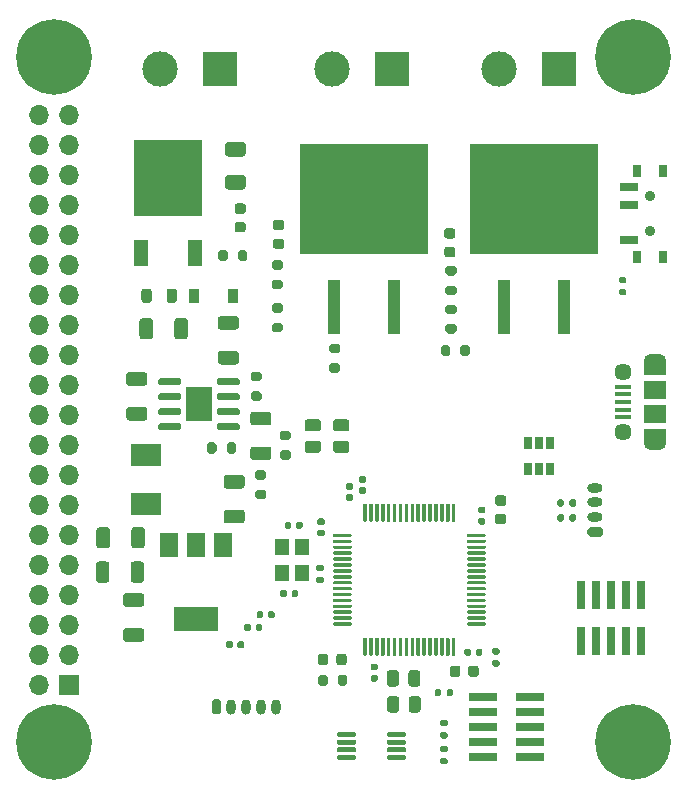
<source format=gbr>
%TF.GenerationSoftware,KiCad,Pcbnew,(5.1.7)-1*%
%TF.CreationDate,2020-11-23T19:12:34+01:00*%
%TF.ProjectId,astro_compute_board,61737472-6f5f-4636-9f6d-707574655f62,1*%
%TF.SameCoordinates,Original*%
%TF.FileFunction,Soldermask,Top*%
%TF.FilePolarity,Negative*%
%FSLAX46Y46*%
G04 Gerber Fmt 4.6, Leading zero omitted, Abs format (unit mm)*
G04 Created by KiCad (PCBNEW (5.1.7)-1) date 2020-11-23 19:12:34*
%MOMM*%
%LPD*%
G01*
G04 APERTURE LIST*
%ADD10R,1.900000X1.200000*%
%ADD11O,1.900000X1.200000*%
%ADD12R,1.900000X1.500000*%
%ADD13C,1.450000*%
%ADD14R,1.350000X0.400000*%
%ADD15C,0.800000*%
%ADD16C,6.400000*%
%ADD17R,1.200000X1.400000*%
%ADD18O,1.300000X0.800000*%
%ADD19R,1.500000X2.000000*%
%ADD20R,3.800000X2.000000*%
%ADD21R,0.650000X1.060000*%
%ADD22R,2.290000X3.000000*%
%ADD23R,0.800000X1.000000*%
%ADD24R,1.500000X0.700000*%
%ADD25C,0.900000*%
%ADD26R,10.800000X9.400000*%
%ADD27R,1.100000X4.600000*%
%ADD28R,5.800000X6.400000*%
%ADD29R,1.200000X2.200000*%
%ADD30R,2.500000X1.900000*%
%ADD31O,0.800000X1.300000*%
%ADD32C,3.000000*%
%ADD33R,3.000000X3.000000*%
%ADD34O,1.700000X1.700000*%
%ADD35R,1.700000X1.700000*%
%ADD36R,2.400000X0.740000*%
%ADD37R,0.740000X2.400000*%
%ADD38R,0.900000X1.200000*%
G04 APERTURE END LIST*
%TO.C,U1*%
G36*
G01*
X177600000Y-135925000D02*
X177600000Y-134525000D01*
G75*
G02*
X177675000Y-134450000I75000J0D01*
G01*
X177825000Y-134450000D01*
G75*
G02*
X177900000Y-134525000I0J-75000D01*
G01*
X177900000Y-135925000D01*
G75*
G02*
X177825000Y-136000000I-75000J0D01*
G01*
X177675000Y-136000000D01*
G75*
G02*
X177600000Y-135925000I0J75000D01*
G01*
G37*
G36*
G01*
X178100000Y-135925000D02*
X178100000Y-134525000D01*
G75*
G02*
X178175000Y-134450000I75000J0D01*
G01*
X178325000Y-134450000D01*
G75*
G02*
X178400000Y-134525000I0J-75000D01*
G01*
X178400000Y-135925000D01*
G75*
G02*
X178325000Y-136000000I-75000J0D01*
G01*
X178175000Y-136000000D01*
G75*
G02*
X178100000Y-135925000I0J75000D01*
G01*
G37*
G36*
G01*
X178600000Y-135925000D02*
X178600000Y-134525000D01*
G75*
G02*
X178675000Y-134450000I75000J0D01*
G01*
X178825000Y-134450000D01*
G75*
G02*
X178900000Y-134525000I0J-75000D01*
G01*
X178900000Y-135925000D01*
G75*
G02*
X178825000Y-136000000I-75000J0D01*
G01*
X178675000Y-136000000D01*
G75*
G02*
X178600000Y-135925000I0J75000D01*
G01*
G37*
G36*
G01*
X179100000Y-135925000D02*
X179100000Y-134525000D01*
G75*
G02*
X179175000Y-134450000I75000J0D01*
G01*
X179325000Y-134450000D01*
G75*
G02*
X179400000Y-134525000I0J-75000D01*
G01*
X179400000Y-135925000D01*
G75*
G02*
X179325000Y-136000000I-75000J0D01*
G01*
X179175000Y-136000000D01*
G75*
G02*
X179100000Y-135925000I0J75000D01*
G01*
G37*
G36*
G01*
X179600000Y-135925000D02*
X179600000Y-134525000D01*
G75*
G02*
X179675000Y-134450000I75000J0D01*
G01*
X179825000Y-134450000D01*
G75*
G02*
X179900000Y-134525000I0J-75000D01*
G01*
X179900000Y-135925000D01*
G75*
G02*
X179825000Y-136000000I-75000J0D01*
G01*
X179675000Y-136000000D01*
G75*
G02*
X179600000Y-135925000I0J75000D01*
G01*
G37*
G36*
G01*
X180100000Y-135925000D02*
X180100000Y-134525000D01*
G75*
G02*
X180175000Y-134450000I75000J0D01*
G01*
X180325000Y-134450000D01*
G75*
G02*
X180400000Y-134525000I0J-75000D01*
G01*
X180400000Y-135925000D01*
G75*
G02*
X180325000Y-136000000I-75000J0D01*
G01*
X180175000Y-136000000D01*
G75*
G02*
X180100000Y-135925000I0J75000D01*
G01*
G37*
G36*
G01*
X180600000Y-135925000D02*
X180600000Y-134525000D01*
G75*
G02*
X180675000Y-134450000I75000J0D01*
G01*
X180825000Y-134450000D01*
G75*
G02*
X180900000Y-134525000I0J-75000D01*
G01*
X180900000Y-135925000D01*
G75*
G02*
X180825000Y-136000000I-75000J0D01*
G01*
X180675000Y-136000000D01*
G75*
G02*
X180600000Y-135925000I0J75000D01*
G01*
G37*
G36*
G01*
X181100000Y-135925000D02*
X181100000Y-134525000D01*
G75*
G02*
X181175000Y-134450000I75000J0D01*
G01*
X181325000Y-134450000D01*
G75*
G02*
X181400000Y-134525000I0J-75000D01*
G01*
X181400000Y-135925000D01*
G75*
G02*
X181325000Y-136000000I-75000J0D01*
G01*
X181175000Y-136000000D01*
G75*
G02*
X181100000Y-135925000I0J75000D01*
G01*
G37*
G36*
G01*
X181600000Y-135925000D02*
X181600000Y-134525000D01*
G75*
G02*
X181675000Y-134450000I75000J0D01*
G01*
X181825000Y-134450000D01*
G75*
G02*
X181900000Y-134525000I0J-75000D01*
G01*
X181900000Y-135925000D01*
G75*
G02*
X181825000Y-136000000I-75000J0D01*
G01*
X181675000Y-136000000D01*
G75*
G02*
X181600000Y-135925000I0J75000D01*
G01*
G37*
G36*
G01*
X182100000Y-135925000D02*
X182100000Y-134525000D01*
G75*
G02*
X182175000Y-134450000I75000J0D01*
G01*
X182325000Y-134450000D01*
G75*
G02*
X182400000Y-134525000I0J-75000D01*
G01*
X182400000Y-135925000D01*
G75*
G02*
X182325000Y-136000000I-75000J0D01*
G01*
X182175000Y-136000000D01*
G75*
G02*
X182100000Y-135925000I0J75000D01*
G01*
G37*
G36*
G01*
X182600000Y-135925000D02*
X182600000Y-134525000D01*
G75*
G02*
X182675000Y-134450000I75000J0D01*
G01*
X182825000Y-134450000D01*
G75*
G02*
X182900000Y-134525000I0J-75000D01*
G01*
X182900000Y-135925000D01*
G75*
G02*
X182825000Y-136000000I-75000J0D01*
G01*
X182675000Y-136000000D01*
G75*
G02*
X182600000Y-135925000I0J75000D01*
G01*
G37*
G36*
G01*
X183100000Y-135925000D02*
X183100000Y-134525000D01*
G75*
G02*
X183175000Y-134450000I75000J0D01*
G01*
X183325000Y-134450000D01*
G75*
G02*
X183400000Y-134525000I0J-75000D01*
G01*
X183400000Y-135925000D01*
G75*
G02*
X183325000Y-136000000I-75000J0D01*
G01*
X183175000Y-136000000D01*
G75*
G02*
X183100000Y-135925000I0J75000D01*
G01*
G37*
G36*
G01*
X183600000Y-135925000D02*
X183600000Y-134525000D01*
G75*
G02*
X183675000Y-134450000I75000J0D01*
G01*
X183825000Y-134450000D01*
G75*
G02*
X183900000Y-134525000I0J-75000D01*
G01*
X183900000Y-135925000D01*
G75*
G02*
X183825000Y-136000000I-75000J0D01*
G01*
X183675000Y-136000000D01*
G75*
G02*
X183600000Y-135925000I0J75000D01*
G01*
G37*
G36*
G01*
X184100000Y-135925000D02*
X184100000Y-134525000D01*
G75*
G02*
X184175000Y-134450000I75000J0D01*
G01*
X184325000Y-134450000D01*
G75*
G02*
X184400000Y-134525000I0J-75000D01*
G01*
X184400000Y-135925000D01*
G75*
G02*
X184325000Y-136000000I-75000J0D01*
G01*
X184175000Y-136000000D01*
G75*
G02*
X184100000Y-135925000I0J75000D01*
G01*
G37*
G36*
G01*
X184600000Y-135925000D02*
X184600000Y-134525000D01*
G75*
G02*
X184675000Y-134450000I75000J0D01*
G01*
X184825000Y-134450000D01*
G75*
G02*
X184900000Y-134525000I0J-75000D01*
G01*
X184900000Y-135925000D01*
G75*
G02*
X184825000Y-136000000I-75000J0D01*
G01*
X184675000Y-136000000D01*
G75*
G02*
X184600000Y-135925000I0J75000D01*
G01*
G37*
G36*
G01*
X185100000Y-135925000D02*
X185100000Y-134525000D01*
G75*
G02*
X185175000Y-134450000I75000J0D01*
G01*
X185325000Y-134450000D01*
G75*
G02*
X185400000Y-134525000I0J-75000D01*
G01*
X185400000Y-135925000D01*
G75*
G02*
X185325000Y-136000000I-75000J0D01*
G01*
X185175000Y-136000000D01*
G75*
G02*
X185100000Y-135925000I0J75000D01*
G01*
G37*
G36*
G01*
X186400000Y-137225000D02*
X186400000Y-137075000D01*
G75*
G02*
X186475000Y-137000000I75000J0D01*
G01*
X187875000Y-137000000D01*
G75*
G02*
X187950000Y-137075000I0J-75000D01*
G01*
X187950000Y-137225000D01*
G75*
G02*
X187875000Y-137300000I-75000J0D01*
G01*
X186475000Y-137300000D01*
G75*
G02*
X186400000Y-137225000I0J75000D01*
G01*
G37*
G36*
G01*
X186400000Y-137725000D02*
X186400000Y-137575000D01*
G75*
G02*
X186475000Y-137500000I75000J0D01*
G01*
X187875000Y-137500000D01*
G75*
G02*
X187950000Y-137575000I0J-75000D01*
G01*
X187950000Y-137725000D01*
G75*
G02*
X187875000Y-137800000I-75000J0D01*
G01*
X186475000Y-137800000D01*
G75*
G02*
X186400000Y-137725000I0J75000D01*
G01*
G37*
G36*
G01*
X186400000Y-138225000D02*
X186400000Y-138075000D01*
G75*
G02*
X186475000Y-138000000I75000J0D01*
G01*
X187875000Y-138000000D01*
G75*
G02*
X187950000Y-138075000I0J-75000D01*
G01*
X187950000Y-138225000D01*
G75*
G02*
X187875000Y-138300000I-75000J0D01*
G01*
X186475000Y-138300000D01*
G75*
G02*
X186400000Y-138225000I0J75000D01*
G01*
G37*
G36*
G01*
X186400000Y-138725000D02*
X186400000Y-138575000D01*
G75*
G02*
X186475000Y-138500000I75000J0D01*
G01*
X187875000Y-138500000D01*
G75*
G02*
X187950000Y-138575000I0J-75000D01*
G01*
X187950000Y-138725000D01*
G75*
G02*
X187875000Y-138800000I-75000J0D01*
G01*
X186475000Y-138800000D01*
G75*
G02*
X186400000Y-138725000I0J75000D01*
G01*
G37*
G36*
G01*
X186400000Y-139225000D02*
X186400000Y-139075000D01*
G75*
G02*
X186475000Y-139000000I75000J0D01*
G01*
X187875000Y-139000000D01*
G75*
G02*
X187950000Y-139075000I0J-75000D01*
G01*
X187950000Y-139225000D01*
G75*
G02*
X187875000Y-139300000I-75000J0D01*
G01*
X186475000Y-139300000D01*
G75*
G02*
X186400000Y-139225000I0J75000D01*
G01*
G37*
G36*
G01*
X186400000Y-139725000D02*
X186400000Y-139575000D01*
G75*
G02*
X186475000Y-139500000I75000J0D01*
G01*
X187875000Y-139500000D01*
G75*
G02*
X187950000Y-139575000I0J-75000D01*
G01*
X187950000Y-139725000D01*
G75*
G02*
X187875000Y-139800000I-75000J0D01*
G01*
X186475000Y-139800000D01*
G75*
G02*
X186400000Y-139725000I0J75000D01*
G01*
G37*
G36*
G01*
X186400000Y-140225000D02*
X186400000Y-140075000D01*
G75*
G02*
X186475000Y-140000000I75000J0D01*
G01*
X187875000Y-140000000D01*
G75*
G02*
X187950000Y-140075000I0J-75000D01*
G01*
X187950000Y-140225000D01*
G75*
G02*
X187875000Y-140300000I-75000J0D01*
G01*
X186475000Y-140300000D01*
G75*
G02*
X186400000Y-140225000I0J75000D01*
G01*
G37*
G36*
G01*
X186400000Y-140725000D02*
X186400000Y-140575000D01*
G75*
G02*
X186475000Y-140500000I75000J0D01*
G01*
X187875000Y-140500000D01*
G75*
G02*
X187950000Y-140575000I0J-75000D01*
G01*
X187950000Y-140725000D01*
G75*
G02*
X187875000Y-140800000I-75000J0D01*
G01*
X186475000Y-140800000D01*
G75*
G02*
X186400000Y-140725000I0J75000D01*
G01*
G37*
G36*
G01*
X186400000Y-141225000D02*
X186400000Y-141075000D01*
G75*
G02*
X186475000Y-141000000I75000J0D01*
G01*
X187875000Y-141000000D01*
G75*
G02*
X187950000Y-141075000I0J-75000D01*
G01*
X187950000Y-141225000D01*
G75*
G02*
X187875000Y-141300000I-75000J0D01*
G01*
X186475000Y-141300000D01*
G75*
G02*
X186400000Y-141225000I0J75000D01*
G01*
G37*
G36*
G01*
X186400000Y-141725000D02*
X186400000Y-141575000D01*
G75*
G02*
X186475000Y-141500000I75000J0D01*
G01*
X187875000Y-141500000D01*
G75*
G02*
X187950000Y-141575000I0J-75000D01*
G01*
X187950000Y-141725000D01*
G75*
G02*
X187875000Y-141800000I-75000J0D01*
G01*
X186475000Y-141800000D01*
G75*
G02*
X186400000Y-141725000I0J75000D01*
G01*
G37*
G36*
G01*
X186400000Y-142225000D02*
X186400000Y-142075000D01*
G75*
G02*
X186475000Y-142000000I75000J0D01*
G01*
X187875000Y-142000000D01*
G75*
G02*
X187950000Y-142075000I0J-75000D01*
G01*
X187950000Y-142225000D01*
G75*
G02*
X187875000Y-142300000I-75000J0D01*
G01*
X186475000Y-142300000D01*
G75*
G02*
X186400000Y-142225000I0J75000D01*
G01*
G37*
G36*
G01*
X186400000Y-142725000D02*
X186400000Y-142575000D01*
G75*
G02*
X186475000Y-142500000I75000J0D01*
G01*
X187875000Y-142500000D01*
G75*
G02*
X187950000Y-142575000I0J-75000D01*
G01*
X187950000Y-142725000D01*
G75*
G02*
X187875000Y-142800000I-75000J0D01*
G01*
X186475000Y-142800000D01*
G75*
G02*
X186400000Y-142725000I0J75000D01*
G01*
G37*
G36*
G01*
X186400000Y-143225000D02*
X186400000Y-143075000D01*
G75*
G02*
X186475000Y-143000000I75000J0D01*
G01*
X187875000Y-143000000D01*
G75*
G02*
X187950000Y-143075000I0J-75000D01*
G01*
X187950000Y-143225000D01*
G75*
G02*
X187875000Y-143300000I-75000J0D01*
G01*
X186475000Y-143300000D01*
G75*
G02*
X186400000Y-143225000I0J75000D01*
G01*
G37*
G36*
G01*
X186400000Y-143725000D02*
X186400000Y-143575000D01*
G75*
G02*
X186475000Y-143500000I75000J0D01*
G01*
X187875000Y-143500000D01*
G75*
G02*
X187950000Y-143575000I0J-75000D01*
G01*
X187950000Y-143725000D01*
G75*
G02*
X187875000Y-143800000I-75000J0D01*
G01*
X186475000Y-143800000D01*
G75*
G02*
X186400000Y-143725000I0J75000D01*
G01*
G37*
G36*
G01*
X186400000Y-144225000D02*
X186400000Y-144075000D01*
G75*
G02*
X186475000Y-144000000I75000J0D01*
G01*
X187875000Y-144000000D01*
G75*
G02*
X187950000Y-144075000I0J-75000D01*
G01*
X187950000Y-144225000D01*
G75*
G02*
X187875000Y-144300000I-75000J0D01*
G01*
X186475000Y-144300000D01*
G75*
G02*
X186400000Y-144225000I0J75000D01*
G01*
G37*
G36*
G01*
X186400000Y-144725000D02*
X186400000Y-144575000D01*
G75*
G02*
X186475000Y-144500000I75000J0D01*
G01*
X187875000Y-144500000D01*
G75*
G02*
X187950000Y-144575000I0J-75000D01*
G01*
X187950000Y-144725000D01*
G75*
G02*
X187875000Y-144800000I-75000J0D01*
G01*
X186475000Y-144800000D01*
G75*
G02*
X186400000Y-144725000I0J75000D01*
G01*
G37*
G36*
G01*
X185100000Y-147275000D02*
X185100000Y-145875000D01*
G75*
G02*
X185175000Y-145800000I75000J0D01*
G01*
X185325000Y-145800000D01*
G75*
G02*
X185400000Y-145875000I0J-75000D01*
G01*
X185400000Y-147275000D01*
G75*
G02*
X185325000Y-147350000I-75000J0D01*
G01*
X185175000Y-147350000D01*
G75*
G02*
X185100000Y-147275000I0J75000D01*
G01*
G37*
G36*
G01*
X184600000Y-147275000D02*
X184600000Y-145875000D01*
G75*
G02*
X184675000Y-145800000I75000J0D01*
G01*
X184825000Y-145800000D01*
G75*
G02*
X184900000Y-145875000I0J-75000D01*
G01*
X184900000Y-147275000D01*
G75*
G02*
X184825000Y-147350000I-75000J0D01*
G01*
X184675000Y-147350000D01*
G75*
G02*
X184600000Y-147275000I0J75000D01*
G01*
G37*
G36*
G01*
X184100000Y-147275000D02*
X184100000Y-145875000D01*
G75*
G02*
X184175000Y-145800000I75000J0D01*
G01*
X184325000Y-145800000D01*
G75*
G02*
X184400000Y-145875000I0J-75000D01*
G01*
X184400000Y-147275000D01*
G75*
G02*
X184325000Y-147350000I-75000J0D01*
G01*
X184175000Y-147350000D01*
G75*
G02*
X184100000Y-147275000I0J75000D01*
G01*
G37*
G36*
G01*
X183600000Y-147275000D02*
X183600000Y-145875000D01*
G75*
G02*
X183675000Y-145800000I75000J0D01*
G01*
X183825000Y-145800000D01*
G75*
G02*
X183900000Y-145875000I0J-75000D01*
G01*
X183900000Y-147275000D01*
G75*
G02*
X183825000Y-147350000I-75000J0D01*
G01*
X183675000Y-147350000D01*
G75*
G02*
X183600000Y-147275000I0J75000D01*
G01*
G37*
G36*
G01*
X183100000Y-147275000D02*
X183100000Y-145875000D01*
G75*
G02*
X183175000Y-145800000I75000J0D01*
G01*
X183325000Y-145800000D01*
G75*
G02*
X183400000Y-145875000I0J-75000D01*
G01*
X183400000Y-147275000D01*
G75*
G02*
X183325000Y-147350000I-75000J0D01*
G01*
X183175000Y-147350000D01*
G75*
G02*
X183100000Y-147275000I0J75000D01*
G01*
G37*
G36*
G01*
X182600000Y-147275000D02*
X182600000Y-145875000D01*
G75*
G02*
X182675000Y-145800000I75000J0D01*
G01*
X182825000Y-145800000D01*
G75*
G02*
X182900000Y-145875000I0J-75000D01*
G01*
X182900000Y-147275000D01*
G75*
G02*
X182825000Y-147350000I-75000J0D01*
G01*
X182675000Y-147350000D01*
G75*
G02*
X182600000Y-147275000I0J75000D01*
G01*
G37*
G36*
G01*
X182100000Y-147275000D02*
X182100000Y-145875000D01*
G75*
G02*
X182175000Y-145800000I75000J0D01*
G01*
X182325000Y-145800000D01*
G75*
G02*
X182400000Y-145875000I0J-75000D01*
G01*
X182400000Y-147275000D01*
G75*
G02*
X182325000Y-147350000I-75000J0D01*
G01*
X182175000Y-147350000D01*
G75*
G02*
X182100000Y-147275000I0J75000D01*
G01*
G37*
G36*
G01*
X181600000Y-147275000D02*
X181600000Y-145875000D01*
G75*
G02*
X181675000Y-145800000I75000J0D01*
G01*
X181825000Y-145800000D01*
G75*
G02*
X181900000Y-145875000I0J-75000D01*
G01*
X181900000Y-147275000D01*
G75*
G02*
X181825000Y-147350000I-75000J0D01*
G01*
X181675000Y-147350000D01*
G75*
G02*
X181600000Y-147275000I0J75000D01*
G01*
G37*
G36*
G01*
X181100000Y-147275000D02*
X181100000Y-145875000D01*
G75*
G02*
X181175000Y-145800000I75000J0D01*
G01*
X181325000Y-145800000D01*
G75*
G02*
X181400000Y-145875000I0J-75000D01*
G01*
X181400000Y-147275000D01*
G75*
G02*
X181325000Y-147350000I-75000J0D01*
G01*
X181175000Y-147350000D01*
G75*
G02*
X181100000Y-147275000I0J75000D01*
G01*
G37*
G36*
G01*
X180600000Y-147275000D02*
X180600000Y-145875000D01*
G75*
G02*
X180675000Y-145800000I75000J0D01*
G01*
X180825000Y-145800000D01*
G75*
G02*
X180900000Y-145875000I0J-75000D01*
G01*
X180900000Y-147275000D01*
G75*
G02*
X180825000Y-147350000I-75000J0D01*
G01*
X180675000Y-147350000D01*
G75*
G02*
X180600000Y-147275000I0J75000D01*
G01*
G37*
G36*
G01*
X180100000Y-147275000D02*
X180100000Y-145875000D01*
G75*
G02*
X180175000Y-145800000I75000J0D01*
G01*
X180325000Y-145800000D01*
G75*
G02*
X180400000Y-145875000I0J-75000D01*
G01*
X180400000Y-147275000D01*
G75*
G02*
X180325000Y-147350000I-75000J0D01*
G01*
X180175000Y-147350000D01*
G75*
G02*
X180100000Y-147275000I0J75000D01*
G01*
G37*
G36*
G01*
X179600000Y-147275000D02*
X179600000Y-145875000D01*
G75*
G02*
X179675000Y-145800000I75000J0D01*
G01*
X179825000Y-145800000D01*
G75*
G02*
X179900000Y-145875000I0J-75000D01*
G01*
X179900000Y-147275000D01*
G75*
G02*
X179825000Y-147350000I-75000J0D01*
G01*
X179675000Y-147350000D01*
G75*
G02*
X179600000Y-147275000I0J75000D01*
G01*
G37*
G36*
G01*
X179100000Y-147275000D02*
X179100000Y-145875000D01*
G75*
G02*
X179175000Y-145800000I75000J0D01*
G01*
X179325000Y-145800000D01*
G75*
G02*
X179400000Y-145875000I0J-75000D01*
G01*
X179400000Y-147275000D01*
G75*
G02*
X179325000Y-147350000I-75000J0D01*
G01*
X179175000Y-147350000D01*
G75*
G02*
X179100000Y-147275000I0J75000D01*
G01*
G37*
G36*
G01*
X178600000Y-147275000D02*
X178600000Y-145875000D01*
G75*
G02*
X178675000Y-145800000I75000J0D01*
G01*
X178825000Y-145800000D01*
G75*
G02*
X178900000Y-145875000I0J-75000D01*
G01*
X178900000Y-147275000D01*
G75*
G02*
X178825000Y-147350000I-75000J0D01*
G01*
X178675000Y-147350000D01*
G75*
G02*
X178600000Y-147275000I0J75000D01*
G01*
G37*
G36*
G01*
X178100000Y-147275000D02*
X178100000Y-145875000D01*
G75*
G02*
X178175000Y-145800000I75000J0D01*
G01*
X178325000Y-145800000D01*
G75*
G02*
X178400000Y-145875000I0J-75000D01*
G01*
X178400000Y-147275000D01*
G75*
G02*
X178325000Y-147350000I-75000J0D01*
G01*
X178175000Y-147350000D01*
G75*
G02*
X178100000Y-147275000I0J75000D01*
G01*
G37*
G36*
G01*
X177600000Y-147275000D02*
X177600000Y-145875000D01*
G75*
G02*
X177675000Y-145800000I75000J0D01*
G01*
X177825000Y-145800000D01*
G75*
G02*
X177900000Y-145875000I0J-75000D01*
G01*
X177900000Y-147275000D01*
G75*
G02*
X177825000Y-147350000I-75000J0D01*
G01*
X177675000Y-147350000D01*
G75*
G02*
X177600000Y-147275000I0J75000D01*
G01*
G37*
G36*
G01*
X175050000Y-144725000D02*
X175050000Y-144575000D01*
G75*
G02*
X175125000Y-144500000I75000J0D01*
G01*
X176525000Y-144500000D01*
G75*
G02*
X176600000Y-144575000I0J-75000D01*
G01*
X176600000Y-144725000D01*
G75*
G02*
X176525000Y-144800000I-75000J0D01*
G01*
X175125000Y-144800000D01*
G75*
G02*
X175050000Y-144725000I0J75000D01*
G01*
G37*
G36*
G01*
X175050000Y-144225000D02*
X175050000Y-144075000D01*
G75*
G02*
X175125000Y-144000000I75000J0D01*
G01*
X176525000Y-144000000D01*
G75*
G02*
X176600000Y-144075000I0J-75000D01*
G01*
X176600000Y-144225000D01*
G75*
G02*
X176525000Y-144300000I-75000J0D01*
G01*
X175125000Y-144300000D01*
G75*
G02*
X175050000Y-144225000I0J75000D01*
G01*
G37*
G36*
G01*
X175050000Y-143725000D02*
X175050000Y-143575000D01*
G75*
G02*
X175125000Y-143500000I75000J0D01*
G01*
X176525000Y-143500000D01*
G75*
G02*
X176600000Y-143575000I0J-75000D01*
G01*
X176600000Y-143725000D01*
G75*
G02*
X176525000Y-143800000I-75000J0D01*
G01*
X175125000Y-143800000D01*
G75*
G02*
X175050000Y-143725000I0J75000D01*
G01*
G37*
G36*
G01*
X175050000Y-143225000D02*
X175050000Y-143075000D01*
G75*
G02*
X175125000Y-143000000I75000J0D01*
G01*
X176525000Y-143000000D01*
G75*
G02*
X176600000Y-143075000I0J-75000D01*
G01*
X176600000Y-143225000D01*
G75*
G02*
X176525000Y-143300000I-75000J0D01*
G01*
X175125000Y-143300000D01*
G75*
G02*
X175050000Y-143225000I0J75000D01*
G01*
G37*
G36*
G01*
X175050000Y-142725000D02*
X175050000Y-142575000D01*
G75*
G02*
X175125000Y-142500000I75000J0D01*
G01*
X176525000Y-142500000D01*
G75*
G02*
X176600000Y-142575000I0J-75000D01*
G01*
X176600000Y-142725000D01*
G75*
G02*
X176525000Y-142800000I-75000J0D01*
G01*
X175125000Y-142800000D01*
G75*
G02*
X175050000Y-142725000I0J75000D01*
G01*
G37*
G36*
G01*
X175050000Y-142225000D02*
X175050000Y-142075000D01*
G75*
G02*
X175125000Y-142000000I75000J0D01*
G01*
X176525000Y-142000000D01*
G75*
G02*
X176600000Y-142075000I0J-75000D01*
G01*
X176600000Y-142225000D01*
G75*
G02*
X176525000Y-142300000I-75000J0D01*
G01*
X175125000Y-142300000D01*
G75*
G02*
X175050000Y-142225000I0J75000D01*
G01*
G37*
G36*
G01*
X175050000Y-141725000D02*
X175050000Y-141575000D01*
G75*
G02*
X175125000Y-141500000I75000J0D01*
G01*
X176525000Y-141500000D01*
G75*
G02*
X176600000Y-141575000I0J-75000D01*
G01*
X176600000Y-141725000D01*
G75*
G02*
X176525000Y-141800000I-75000J0D01*
G01*
X175125000Y-141800000D01*
G75*
G02*
X175050000Y-141725000I0J75000D01*
G01*
G37*
G36*
G01*
X175050000Y-141225000D02*
X175050000Y-141075000D01*
G75*
G02*
X175125000Y-141000000I75000J0D01*
G01*
X176525000Y-141000000D01*
G75*
G02*
X176600000Y-141075000I0J-75000D01*
G01*
X176600000Y-141225000D01*
G75*
G02*
X176525000Y-141300000I-75000J0D01*
G01*
X175125000Y-141300000D01*
G75*
G02*
X175050000Y-141225000I0J75000D01*
G01*
G37*
G36*
G01*
X175050000Y-140725000D02*
X175050000Y-140575000D01*
G75*
G02*
X175125000Y-140500000I75000J0D01*
G01*
X176525000Y-140500000D01*
G75*
G02*
X176600000Y-140575000I0J-75000D01*
G01*
X176600000Y-140725000D01*
G75*
G02*
X176525000Y-140800000I-75000J0D01*
G01*
X175125000Y-140800000D01*
G75*
G02*
X175050000Y-140725000I0J75000D01*
G01*
G37*
G36*
G01*
X175050000Y-140225000D02*
X175050000Y-140075000D01*
G75*
G02*
X175125000Y-140000000I75000J0D01*
G01*
X176525000Y-140000000D01*
G75*
G02*
X176600000Y-140075000I0J-75000D01*
G01*
X176600000Y-140225000D01*
G75*
G02*
X176525000Y-140300000I-75000J0D01*
G01*
X175125000Y-140300000D01*
G75*
G02*
X175050000Y-140225000I0J75000D01*
G01*
G37*
G36*
G01*
X175050000Y-139725000D02*
X175050000Y-139575000D01*
G75*
G02*
X175125000Y-139500000I75000J0D01*
G01*
X176525000Y-139500000D01*
G75*
G02*
X176600000Y-139575000I0J-75000D01*
G01*
X176600000Y-139725000D01*
G75*
G02*
X176525000Y-139800000I-75000J0D01*
G01*
X175125000Y-139800000D01*
G75*
G02*
X175050000Y-139725000I0J75000D01*
G01*
G37*
G36*
G01*
X175050000Y-139225000D02*
X175050000Y-139075000D01*
G75*
G02*
X175125000Y-139000000I75000J0D01*
G01*
X176525000Y-139000000D01*
G75*
G02*
X176600000Y-139075000I0J-75000D01*
G01*
X176600000Y-139225000D01*
G75*
G02*
X176525000Y-139300000I-75000J0D01*
G01*
X175125000Y-139300000D01*
G75*
G02*
X175050000Y-139225000I0J75000D01*
G01*
G37*
G36*
G01*
X175050000Y-138725000D02*
X175050000Y-138575000D01*
G75*
G02*
X175125000Y-138500000I75000J0D01*
G01*
X176525000Y-138500000D01*
G75*
G02*
X176600000Y-138575000I0J-75000D01*
G01*
X176600000Y-138725000D01*
G75*
G02*
X176525000Y-138800000I-75000J0D01*
G01*
X175125000Y-138800000D01*
G75*
G02*
X175050000Y-138725000I0J75000D01*
G01*
G37*
G36*
G01*
X175050000Y-138225000D02*
X175050000Y-138075000D01*
G75*
G02*
X175125000Y-138000000I75000J0D01*
G01*
X176525000Y-138000000D01*
G75*
G02*
X176600000Y-138075000I0J-75000D01*
G01*
X176600000Y-138225000D01*
G75*
G02*
X176525000Y-138300000I-75000J0D01*
G01*
X175125000Y-138300000D01*
G75*
G02*
X175050000Y-138225000I0J75000D01*
G01*
G37*
G36*
G01*
X175050000Y-137725000D02*
X175050000Y-137575000D01*
G75*
G02*
X175125000Y-137500000I75000J0D01*
G01*
X176525000Y-137500000D01*
G75*
G02*
X176600000Y-137575000I0J-75000D01*
G01*
X176600000Y-137725000D01*
G75*
G02*
X176525000Y-137800000I-75000J0D01*
G01*
X175125000Y-137800000D01*
G75*
G02*
X175050000Y-137725000I0J75000D01*
G01*
G37*
G36*
G01*
X175050000Y-137225000D02*
X175050000Y-137075000D01*
G75*
G02*
X175125000Y-137000000I75000J0D01*
G01*
X176525000Y-137000000D01*
G75*
G02*
X176600000Y-137075000I0J-75000D01*
G01*
X176600000Y-137225000D01*
G75*
G02*
X176525000Y-137300000I-75000J0D01*
G01*
X175125000Y-137300000D01*
G75*
G02*
X175050000Y-137225000I0J75000D01*
G01*
G37*
%TD*%
D10*
%TO.C,J6*%
X202262500Y-128750000D03*
X202262500Y-122950000D03*
D11*
X202262500Y-122350000D03*
X202262500Y-129350000D03*
D12*
X202262500Y-126850000D03*
D13*
X199562500Y-123350000D03*
D14*
X199562500Y-125850000D03*
X199562500Y-125200000D03*
X199562500Y-124550000D03*
X199562500Y-127150000D03*
X199562500Y-126500000D03*
D13*
X199562500Y-128350000D03*
D12*
X202262500Y-124850000D03*
%TD*%
%TO.C,R17*%
G36*
G01*
X184665000Y-150635000D02*
X184665000Y-150265000D01*
G75*
G02*
X184800000Y-150130000I135000J0D01*
G01*
X185070000Y-150130000D01*
G75*
G02*
X185205000Y-150265000I0J-135000D01*
G01*
X185205000Y-150635000D01*
G75*
G02*
X185070000Y-150770000I-135000J0D01*
G01*
X184800000Y-150770000D01*
G75*
G02*
X184665000Y-150635000I0J135000D01*
G01*
G37*
G36*
G01*
X183645000Y-150635000D02*
X183645000Y-150265000D01*
G75*
G02*
X183780000Y-150130000I135000J0D01*
G01*
X184050000Y-150130000D01*
G75*
G02*
X184185000Y-150265000I0J-135000D01*
G01*
X184185000Y-150635000D01*
G75*
G02*
X184050000Y-150770000I-135000J0D01*
G01*
X183780000Y-150770000D01*
G75*
G02*
X183645000Y-150635000I0J135000D01*
G01*
G37*
%TD*%
%TO.C,C6*%
G36*
G01*
X187795000Y-135270000D02*
X187455000Y-135270000D01*
G75*
G02*
X187315000Y-135130000I0J140000D01*
G01*
X187315000Y-134850000D01*
G75*
G02*
X187455000Y-134710000I140000J0D01*
G01*
X187795000Y-134710000D01*
G75*
G02*
X187935000Y-134850000I0J-140000D01*
G01*
X187935000Y-135130000D01*
G75*
G02*
X187795000Y-135270000I-140000J0D01*
G01*
G37*
G36*
G01*
X187795000Y-136230000D02*
X187455000Y-136230000D01*
G75*
G02*
X187315000Y-136090000I0J140000D01*
G01*
X187315000Y-135810000D01*
G75*
G02*
X187455000Y-135670000I140000J0D01*
G01*
X187795000Y-135670000D01*
G75*
G02*
X187935000Y-135810000I0J-140000D01*
G01*
X187935000Y-136090000D01*
G75*
G02*
X187795000Y-136230000I-140000J0D01*
G01*
G37*
%TD*%
D15*
%TO.C,H4*%
X153122056Y-94927944D03*
X151425000Y-94225000D03*
X149727944Y-94927944D03*
X149025000Y-96625000D03*
X149727944Y-98322056D03*
X151425000Y-99025000D03*
X153122056Y-98322056D03*
X153825000Y-96625000D03*
D16*
X151425000Y-96625000D03*
%TD*%
D15*
%TO.C,H3*%
X153122056Y-152952944D03*
X151425000Y-152250000D03*
X149727944Y-152952944D03*
X149025000Y-154650000D03*
X149727944Y-156347056D03*
X151425000Y-157050000D03*
X153122056Y-156347056D03*
X153825000Y-154650000D03*
D16*
X151425000Y-154650000D03*
%TD*%
D15*
%TO.C,H2*%
X202122056Y-152952944D03*
X200425000Y-152250000D03*
X198727944Y-152952944D03*
X198025000Y-154650000D03*
X198727944Y-156347056D03*
X200425000Y-157050000D03*
X202122056Y-156347056D03*
X202825000Y-154650000D03*
D16*
X200425000Y-154650000D03*
%TD*%
D15*
%TO.C,H1*%
X202122056Y-94927944D03*
X200425000Y-94225000D03*
X198727944Y-94927944D03*
X198025000Y-96625000D03*
X198727944Y-98322056D03*
X200425000Y-99025000D03*
X202122056Y-98322056D03*
X202825000Y-96625000D03*
D16*
X200425000Y-96625000D03*
%TD*%
D17*
%TO.C,Y1*%
X172425000Y-138100000D03*
X172425000Y-140300000D03*
X170725000Y-140300000D03*
X170725000Y-138100000D03*
%TD*%
D18*
%TO.C,USART1*%
X197225000Y-133100000D03*
X197225000Y-134350000D03*
X197225000Y-135600000D03*
G36*
G01*
X197675000Y-137250000D02*
X196775000Y-137250000D01*
G75*
G02*
X196575000Y-137050000I0J200000D01*
G01*
X196575000Y-136650000D01*
G75*
G02*
X196775000Y-136450000I200000J0D01*
G01*
X197675000Y-136450000D01*
G75*
G02*
X197875000Y-136650000I0J-200000D01*
G01*
X197875000Y-137050000D01*
G75*
G02*
X197675000Y-137250000I-200000J0D01*
G01*
G37*
%TD*%
%TO.C,U5*%
G36*
G01*
X176987500Y-155850000D02*
X176987500Y-156050000D01*
G75*
G02*
X176887500Y-156150000I-100000J0D01*
G01*
X175462500Y-156150000D01*
G75*
G02*
X175362500Y-156050000I0J100000D01*
G01*
X175362500Y-155850000D01*
G75*
G02*
X175462500Y-155750000I100000J0D01*
G01*
X176887500Y-155750000D01*
G75*
G02*
X176987500Y-155850000I0J-100000D01*
G01*
G37*
G36*
G01*
X176987500Y-155200000D02*
X176987500Y-155400000D01*
G75*
G02*
X176887500Y-155500000I-100000J0D01*
G01*
X175462500Y-155500000D01*
G75*
G02*
X175362500Y-155400000I0J100000D01*
G01*
X175362500Y-155200000D01*
G75*
G02*
X175462500Y-155100000I100000J0D01*
G01*
X176887500Y-155100000D01*
G75*
G02*
X176987500Y-155200000I0J-100000D01*
G01*
G37*
G36*
G01*
X176987500Y-154550000D02*
X176987500Y-154750000D01*
G75*
G02*
X176887500Y-154850000I-100000J0D01*
G01*
X175462500Y-154850000D01*
G75*
G02*
X175362500Y-154750000I0J100000D01*
G01*
X175362500Y-154550000D01*
G75*
G02*
X175462500Y-154450000I100000J0D01*
G01*
X176887500Y-154450000D01*
G75*
G02*
X176987500Y-154550000I0J-100000D01*
G01*
G37*
G36*
G01*
X176987500Y-153900000D02*
X176987500Y-154100000D01*
G75*
G02*
X176887500Y-154200000I-100000J0D01*
G01*
X175462500Y-154200000D01*
G75*
G02*
X175362500Y-154100000I0J100000D01*
G01*
X175362500Y-153900000D01*
G75*
G02*
X175462500Y-153800000I100000J0D01*
G01*
X176887500Y-153800000D01*
G75*
G02*
X176987500Y-153900000I0J-100000D01*
G01*
G37*
G36*
G01*
X181212500Y-153900000D02*
X181212500Y-154100000D01*
G75*
G02*
X181112500Y-154200000I-100000J0D01*
G01*
X179687500Y-154200000D01*
G75*
G02*
X179587500Y-154100000I0J100000D01*
G01*
X179587500Y-153900000D01*
G75*
G02*
X179687500Y-153800000I100000J0D01*
G01*
X181112500Y-153800000D01*
G75*
G02*
X181212500Y-153900000I0J-100000D01*
G01*
G37*
G36*
G01*
X181212500Y-154550000D02*
X181212500Y-154750000D01*
G75*
G02*
X181112500Y-154850000I-100000J0D01*
G01*
X179687500Y-154850000D01*
G75*
G02*
X179587500Y-154750000I0J100000D01*
G01*
X179587500Y-154550000D01*
G75*
G02*
X179687500Y-154450000I100000J0D01*
G01*
X181112500Y-154450000D01*
G75*
G02*
X181212500Y-154550000I0J-100000D01*
G01*
G37*
G36*
G01*
X181212500Y-155200000D02*
X181212500Y-155400000D01*
G75*
G02*
X181112500Y-155500000I-100000J0D01*
G01*
X179687500Y-155500000D01*
G75*
G02*
X179587500Y-155400000I0J100000D01*
G01*
X179587500Y-155200000D01*
G75*
G02*
X179687500Y-155100000I100000J0D01*
G01*
X181112500Y-155100000D01*
G75*
G02*
X181212500Y-155200000I0J-100000D01*
G01*
G37*
G36*
G01*
X181212500Y-155850000D02*
X181212500Y-156050000D01*
G75*
G02*
X181112500Y-156150000I-100000J0D01*
G01*
X179687500Y-156150000D01*
G75*
G02*
X179587500Y-156050000I0J100000D01*
G01*
X179587500Y-155850000D01*
G75*
G02*
X179687500Y-155750000I100000J0D01*
G01*
X181112500Y-155750000D01*
G75*
G02*
X181212500Y-155850000I0J-100000D01*
G01*
G37*
%TD*%
D19*
%TO.C,U4*%
X165725000Y-137950000D03*
X161125000Y-137950000D03*
X163425000Y-137950000D03*
D20*
X163425000Y-144250000D03*
%TD*%
D21*
%TO.C,U3*%
X192475000Y-131550000D03*
X193425000Y-131550000D03*
X191525000Y-131550000D03*
X191525000Y-129350000D03*
X192475000Y-129350000D03*
X193425000Y-129350000D03*
%TD*%
D22*
%TO.C,U2*%
X163700000Y-126035000D03*
G36*
G01*
X165200000Y-124280000D02*
X165200000Y-123980000D01*
G75*
G02*
X165350000Y-123830000I150000J0D01*
G01*
X167000000Y-123830000D01*
G75*
G02*
X167150000Y-123980000I0J-150000D01*
G01*
X167150000Y-124280000D01*
G75*
G02*
X167000000Y-124430000I-150000J0D01*
G01*
X165350000Y-124430000D01*
G75*
G02*
X165200000Y-124280000I0J150000D01*
G01*
G37*
G36*
G01*
X165200000Y-125550000D02*
X165200000Y-125250000D01*
G75*
G02*
X165350000Y-125100000I150000J0D01*
G01*
X167000000Y-125100000D01*
G75*
G02*
X167150000Y-125250000I0J-150000D01*
G01*
X167150000Y-125550000D01*
G75*
G02*
X167000000Y-125700000I-150000J0D01*
G01*
X165350000Y-125700000D01*
G75*
G02*
X165200000Y-125550000I0J150000D01*
G01*
G37*
G36*
G01*
X165200000Y-126820000D02*
X165200000Y-126520000D01*
G75*
G02*
X165350000Y-126370000I150000J0D01*
G01*
X167000000Y-126370000D01*
G75*
G02*
X167150000Y-126520000I0J-150000D01*
G01*
X167150000Y-126820000D01*
G75*
G02*
X167000000Y-126970000I-150000J0D01*
G01*
X165350000Y-126970000D01*
G75*
G02*
X165200000Y-126820000I0J150000D01*
G01*
G37*
G36*
G01*
X165200000Y-128090000D02*
X165200000Y-127790000D01*
G75*
G02*
X165350000Y-127640000I150000J0D01*
G01*
X167000000Y-127640000D01*
G75*
G02*
X167150000Y-127790000I0J-150000D01*
G01*
X167150000Y-128090000D01*
G75*
G02*
X167000000Y-128240000I-150000J0D01*
G01*
X165350000Y-128240000D01*
G75*
G02*
X165200000Y-128090000I0J150000D01*
G01*
G37*
G36*
G01*
X160250000Y-128090000D02*
X160250000Y-127790000D01*
G75*
G02*
X160400000Y-127640000I150000J0D01*
G01*
X162050000Y-127640000D01*
G75*
G02*
X162200000Y-127790000I0J-150000D01*
G01*
X162200000Y-128090000D01*
G75*
G02*
X162050000Y-128240000I-150000J0D01*
G01*
X160400000Y-128240000D01*
G75*
G02*
X160250000Y-128090000I0J150000D01*
G01*
G37*
G36*
G01*
X160250000Y-126820000D02*
X160250000Y-126520000D01*
G75*
G02*
X160400000Y-126370000I150000J0D01*
G01*
X162050000Y-126370000D01*
G75*
G02*
X162200000Y-126520000I0J-150000D01*
G01*
X162200000Y-126820000D01*
G75*
G02*
X162050000Y-126970000I-150000J0D01*
G01*
X160400000Y-126970000D01*
G75*
G02*
X160250000Y-126820000I0J150000D01*
G01*
G37*
G36*
G01*
X160250000Y-125550000D02*
X160250000Y-125250000D01*
G75*
G02*
X160400000Y-125100000I150000J0D01*
G01*
X162050000Y-125100000D01*
G75*
G02*
X162200000Y-125250000I0J-150000D01*
G01*
X162200000Y-125550000D01*
G75*
G02*
X162050000Y-125700000I-150000J0D01*
G01*
X160400000Y-125700000D01*
G75*
G02*
X160250000Y-125550000I0J150000D01*
G01*
G37*
G36*
G01*
X160250000Y-124280000D02*
X160250000Y-123980000D01*
G75*
G02*
X160400000Y-123830000I150000J0D01*
G01*
X162050000Y-123830000D01*
G75*
G02*
X162200000Y-123980000I0J-150000D01*
G01*
X162200000Y-124280000D01*
G75*
G02*
X162050000Y-124430000I-150000J0D01*
G01*
X160400000Y-124430000D01*
G75*
G02*
X160250000Y-124280000I0J150000D01*
G01*
G37*
%TD*%
D23*
%TO.C,BOOT*%
X200745000Y-113550000D03*
X200745000Y-106250000D03*
X202955000Y-106250000D03*
X202955000Y-113550000D03*
D24*
X200095000Y-107650000D03*
X200095000Y-109150000D03*
X200095000Y-112150000D03*
D25*
X201855000Y-108400000D03*
X201855000Y-111400000D03*
%TD*%
%TO.C,R24*%
G36*
G01*
X166975000Y-113725000D02*
X166975000Y-113175000D01*
G75*
G02*
X167175000Y-112975000I200000J0D01*
G01*
X167575000Y-112975000D01*
G75*
G02*
X167775000Y-113175000I0J-200000D01*
G01*
X167775000Y-113725000D01*
G75*
G02*
X167575000Y-113925000I-200000J0D01*
G01*
X167175000Y-113925000D01*
G75*
G02*
X166975000Y-113725000I0J200000D01*
G01*
G37*
G36*
G01*
X165325000Y-113725000D02*
X165325000Y-113175000D01*
G75*
G02*
X165525000Y-112975000I200000J0D01*
G01*
X165925000Y-112975000D01*
G75*
G02*
X166125000Y-113175000I0J-200000D01*
G01*
X166125000Y-113725000D01*
G75*
G02*
X165925000Y-113925000I-200000J0D01*
G01*
X165525000Y-113925000D01*
G75*
G02*
X165325000Y-113725000I0J200000D01*
G01*
G37*
%TD*%
%TO.C,R23*%
G36*
G01*
X170050000Y-115500000D02*
X170600000Y-115500000D01*
G75*
G02*
X170800000Y-115700000I0J-200000D01*
G01*
X170800000Y-116100000D01*
G75*
G02*
X170600000Y-116300000I-200000J0D01*
G01*
X170050000Y-116300000D01*
G75*
G02*
X169850000Y-116100000I0J200000D01*
G01*
X169850000Y-115700000D01*
G75*
G02*
X170050000Y-115500000I200000J0D01*
G01*
G37*
G36*
G01*
X170050000Y-113850000D02*
X170600000Y-113850000D01*
G75*
G02*
X170800000Y-114050000I0J-200000D01*
G01*
X170800000Y-114450000D01*
G75*
G02*
X170600000Y-114650000I-200000J0D01*
G01*
X170050000Y-114650000D01*
G75*
G02*
X169850000Y-114450000I0J200000D01*
G01*
X169850000Y-114050000D01*
G75*
G02*
X170050000Y-113850000I200000J0D01*
G01*
G37*
%TD*%
%TO.C,R22*%
G36*
G01*
X184750000Y-116000000D02*
X185300000Y-116000000D01*
G75*
G02*
X185500000Y-116200000I0J-200000D01*
G01*
X185500000Y-116600000D01*
G75*
G02*
X185300000Y-116800000I-200000J0D01*
G01*
X184750000Y-116800000D01*
G75*
G02*
X184550000Y-116600000I0J200000D01*
G01*
X184550000Y-116200000D01*
G75*
G02*
X184750000Y-116000000I200000J0D01*
G01*
G37*
G36*
G01*
X184750000Y-114350000D02*
X185300000Y-114350000D01*
G75*
G02*
X185500000Y-114550000I0J-200000D01*
G01*
X185500000Y-114950000D01*
G75*
G02*
X185300000Y-115150000I-200000J0D01*
G01*
X184750000Y-115150000D01*
G75*
G02*
X184550000Y-114950000I0J200000D01*
G01*
X184550000Y-114550000D01*
G75*
G02*
X184750000Y-114350000I200000J0D01*
G01*
G37*
%TD*%
%TO.C,R21*%
G36*
G01*
X181412500Y-149700001D02*
X181412500Y-148799999D01*
G75*
G02*
X181662499Y-148550000I249999J0D01*
G01*
X182187501Y-148550000D01*
G75*
G02*
X182437500Y-148799999I0J-249999D01*
G01*
X182437500Y-149700001D01*
G75*
G02*
X182187501Y-149950000I-249999J0D01*
G01*
X181662499Y-149950000D01*
G75*
G02*
X181412500Y-149700001I0J249999D01*
G01*
G37*
G36*
G01*
X179587500Y-149700001D02*
X179587500Y-148799999D01*
G75*
G02*
X179837499Y-148550000I249999J0D01*
G01*
X180362501Y-148550000D01*
G75*
G02*
X180612500Y-148799999I0J-249999D01*
G01*
X180612500Y-149700001D01*
G75*
G02*
X180362501Y-149950000I-249999J0D01*
G01*
X179837499Y-149950000D01*
G75*
G02*
X179587500Y-149700001I0J249999D01*
G01*
G37*
%TD*%
%TO.C,R20*%
G36*
G01*
X181437500Y-151900001D02*
X181437500Y-150999999D01*
G75*
G02*
X181687499Y-150750000I249999J0D01*
G01*
X182212501Y-150750000D01*
G75*
G02*
X182462500Y-150999999I0J-249999D01*
G01*
X182462500Y-151900001D01*
G75*
G02*
X182212501Y-152150000I-249999J0D01*
G01*
X181687499Y-152150000D01*
G75*
G02*
X181437500Y-151900001I0J249999D01*
G01*
G37*
G36*
G01*
X179612500Y-151900001D02*
X179612500Y-150999999D01*
G75*
G02*
X179862499Y-150750000I249999J0D01*
G01*
X180387501Y-150750000D01*
G75*
G02*
X180637500Y-150999999I0J-249999D01*
G01*
X180637500Y-151900001D01*
G75*
G02*
X180387501Y-152150000I-249999J0D01*
G01*
X179862499Y-152150000D01*
G75*
G02*
X179612500Y-151900001I0J249999D01*
G01*
G37*
%TD*%
%TO.C,R19*%
G36*
G01*
X175449000Y-121712500D02*
X174899000Y-121712500D01*
G75*
G02*
X174699000Y-121512500I0J200000D01*
G01*
X174699000Y-121112500D01*
G75*
G02*
X174899000Y-120912500I200000J0D01*
G01*
X175449000Y-120912500D01*
G75*
G02*
X175649000Y-121112500I0J-200000D01*
G01*
X175649000Y-121512500D01*
G75*
G02*
X175449000Y-121712500I-200000J0D01*
G01*
G37*
G36*
G01*
X175449000Y-123362500D02*
X174899000Y-123362500D01*
G75*
G02*
X174699000Y-123162500I0J200000D01*
G01*
X174699000Y-122762500D01*
G75*
G02*
X174899000Y-122562500I200000J0D01*
G01*
X175449000Y-122562500D01*
G75*
G02*
X175649000Y-122762500I0J-200000D01*
G01*
X175649000Y-123162500D01*
G75*
G02*
X175449000Y-123362500I-200000J0D01*
G01*
G37*
%TD*%
%TO.C,R18*%
G36*
G01*
X170600000Y-118300000D02*
X170050000Y-118300000D01*
G75*
G02*
X169850000Y-118100000I0J200000D01*
G01*
X169850000Y-117700000D01*
G75*
G02*
X170050000Y-117500000I200000J0D01*
G01*
X170600000Y-117500000D01*
G75*
G02*
X170800000Y-117700000I0J-200000D01*
G01*
X170800000Y-118100000D01*
G75*
G02*
X170600000Y-118300000I-200000J0D01*
G01*
G37*
G36*
G01*
X170600000Y-119950000D02*
X170050000Y-119950000D01*
G75*
G02*
X169850000Y-119750000I0J200000D01*
G01*
X169850000Y-119350000D01*
G75*
G02*
X170050000Y-119150000I200000J0D01*
G01*
X170600000Y-119150000D01*
G75*
G02*
X170800000Y-119350000I0J-200000D01*
G01*
X170800000Y-119750000D01*
G75*
G02*
X170600000Y-119950000I-200000J0D01*
G01*
G37*
%TD*%
%TO.C,R16*%
G36*
G01*
X188641500Y-147712500D02*
X189011500Y-147712500D01*
G75*
G02*
X189146500Y-147847500I0J-135000D01*
G01*
X189146500Y-148117500D01*
G75*
G02*
X189011500Y-148252500I-135000J0D01*
G01*
X188641500Y-148252500D01*
G75*
G02*
X188506500Y-148117500I0J135000D01*
G01*
X188506500Y-147847500D01*
G75*
G02*
X188641500Y-147712500I135000J0D01*
G01*
G37*
G36*
G01*
X188641500Y-146692500D02*
X189011500Y-146692500D01*
G75*
G02*
X189146500Y-146827500I0J-135000D01*
G01*
X189146500Y-147097500D01*
G75*
G02*
X189011500Y-147232500I-135000J0D01*
G01*
X188641500Y-147232500D01*
G75*
G02*
X188506500Y-147097500I0J135000D01*
G01*
X188506500Y-146827500D01*
G75*
G02*
X188641500Y-146692500I135000J0D01*
G01*
G37*
%TD*%
%TO.C,R15*%
G36*
G01*
X184240000Y-153800000D02*
X184610000Y-153800000D01*
G75*
G02*
X184745000Y-153935000I0J-135000D01*
G01*
X184745000Y-154205000D01*
G75*
G02*
X184610000Y-154340000I-135000J0D01*
G01*
X184240000Y-154340000D01*
G75*
G02*
X184105000Y-154205000I0J135000D01*
G01*
X184105000Y-153935000D01*
G75*
G02*
X184240000Y-153800000I135000J0D01*
G01*
G37*
G36*
G01*
X184240000Y-152780000D02*
X184610000Y-152780000D01*
G75*
G02*
X184745000Y-152915000I0J-135000D01*
G01*
X184745000Y-153185000D01*
G75*
G02*
X184610000Y-153320000I-135000J0D01*
G01*
X184240000Y-153320000D01*
G75*
G02*
X184105000Y-153185000I0J135000D01*
G01*
X184105000Y-152915000D01*
G75*
G02*
X184240000Y-152780000I135000J0D01*
G01*
G37*
%TD*%
%TO.C,R14*%
G36*
G01*
X184240000Y-156000000D02*
X184610000Y-156000000D01*
G75*
G02*
X184745000Y-156135000I0J-135000D01*
G01*
X184745000Y-156405000D01*
G75*
G02*
X184610000Y-156540000I-135000J0D01*
G01*
X184240000Y-156540000D01*
G75*
G02*
X184105000Y-156405000I0J135000D01*
G01*
X184105000Y-156135000D01*
G75*
G02*
X184240000Y-156000000I135000J0D01*
G01*
G37*
G36*
G01*
X184240000Y-154980000D02*
X184610000Y-154980000D01*
G75*
G02*
X184745000Y-155115000I0J-135000D01*
G01*
X184745000Y-155385000D01*
G75*
G02*
X184610000Y-155520000I-135000J0D01*
G01*
X184240000Y-155520000D01*
G75*
G02*
X184105000Y-155385000I0J135000D01*
G01*
X184105000Y-155115000D01*
G75*
G02*
X184240000Y-154980000I135000J0D01*
G01*
G37*
%TD*%
%TO.C,R13*%
G36*
G01*
X194575000Y-134215000D02*
X194575000Y-134585000D01*
G75*
G02*
X194440000Y-134720000I-135000J0D01*
G01*
X194170000Y-134720000D01*
G75*
G02*
X194035000Y-134585000I0J135000D01*
G01*
X194035000Y-134215000D01*
G75*
G02*
X194170000Y-134080000I135000J0D01*
G01*
X194440000Y-134080000D01*
G75*
G02*
X194575000Y-134215000I0J-135000D01*
G01*
G37*
G36*
G01*
X195595000Y-134215000D02*
X195595000Y-134585000D01*
G75*
G02*
X195460000Y-134720000I-135000J0D01*
G01*
X195190000Y-134720000D01*
G75*
G02*
X195055000Y-134585000I0J135000D01*
G01*
X195055000Y-134215000D01*
G75*
G02*
X195190000Y-134080000I135000J0D01*
G01*
X195460000Y-134080000D01*
G75*
G02*
X195595000Y-134215000I0J-135000D01*
G01*
G37*
%TD*%
%TO.C,R12*%
G36*
G01*
X194575000Y-135465000D02*
X194575000Y-135835000D01*
G75*
G02*
X194440000Y-135970000I-135000J0D01*
G01*
X194170000Y-135970000D01*
G75*
G02*
X194035000Y-135835000I0J135000D01*
G01*
X194035000Y-135465000D01*
G75*
G02*
X194170000Y-135330000I135000J0D01*
G01*
X194440000Y-135330000D01*
G75*
G02*
X194575000Y-135465000I0J-135000D01*
G01*
G37*
G36*
G01*
X195595000Y-135465000D02*
X195595000Y-135835000D01*
G75*
G02*
X195460000Y-135970000I-135000J0D01*
G01*
X195190000Y-135970000D01*
G75*
G02*
X195055000Y-135835000I0J135000D01*
G01*
X195055000Y-135465000D01*
G75*
G02*
X195190000Y-135330000I135000J0D01*
G01*
X195460000Y-135330000D01*
G75*
G02*
X195595000Y-135465000I0J-135000D01*
G01*
G37*
%TD*%
%TO.C,R11*%
G36*
G01*
X184750000Y-119250000D02*
X185300000Y-119250000D01*
G75*
G02*
X185500000Y-119450000I0J-200000D01*
G01*
X185500000Y-119850000D01*
G75*
G02*
X185300000Y-120050000I-200000J0D01*
G01*
X184750000Y-120050000D01*
G75*
G02*
X184550000Y-119850000I0J200000D01*
G01*
X184550000Y-119450000D01*
G75*
G02*
X184750000Y-119250000I200000J0D01*
G01*
G37*
G36*
G01*
X184750000Y-117600000D02*
X185300000Y-117600000D01*
G75*
G02*
X185500000Y-117800000I0J-200000D01*
G01*
X185500000Y-118200000D01*
G75*
G02*
X185300000Y-118400000I-200000J0D01*
G01*
X184750000Y-118400000D01*
G75*
G02*
X184550000Y-118200000I0J200000D01*
G01*
X184550000Y-117800000D01*
G75*
G02*
X184750000Y-117600000I200000J0D01*
G01*
G37*
%TD*%
%TO.C,R10*%
G36*
G01*
X184972500Y-121228000D02*
X184972500Y-121778000D01*
G75*
G02*
X184772500Y-121978000I-200000J0D01*
G01*
X184372500Y-121978000D01*
G75*
G02*
X184172500Y-121778000I0J200000D01*
G01*
X184172500Y-121228000D01*
G75*
G02*
X184372500Y-121028000I200000J0D01*
G01*
X184772500Y-121028000D01*
G75*
G02*
X184972500Y-121228000I0J-200000D01*
G01*
G37*
G36*
G01*
X186622500Y-121228000D02*
X186622500Y-121778000D01*
G75*
G02*
X186422500Y-121978000I-200000J0D01*
G01*
X186022500Y-121978000D01*
G75*
G02*
X185822500Y-121778000I0J200000D01*
G01*
X185822500Y-121228000D01*
G75*
G02*
X186022500Y-121028000I200000J0D01*
G01*
X186422500Y-121028000D01*
G75*
G02*
X186622500Y-121228000I0J-200000D01*
G01*
G37*
%TD*%
%TO.C,R9*%
G36*
G01*
X171258000Y-129078500D02*
X170708000Y-129078500D01*
G75*
G02*
X170508000Y-128878500I0J200000D01*
G01*
X170508000Y-128478500D01*
G75*
G02*
X170708000Y-128278500I200000J0D01*
G01*
X171258000Y-128278500D01*
G75*
G02*
X171458000Y-128478500I0J-200000D01*
G01*
X171458000Y-128878500D01*
G75*
G02*
X171258000Y-129078500I-200000J0D01*
G01*
G37*
G36*
G01*
X171258000Y-130728500D02*
X170708000Y-130728500D01*
G75*
G02*
X170508000Y-130528500I0J200000D01*
G01*
X170508000Y-130128500D01*
G75*
G02*
X170708000Y-129928500I200000J0D01*
G01*
X171258000Y-129928500D01*
G75*
G02*
X171458000Y-130128500I0J-200000D01*
G01*
X171458000Y-130528500D01*
G75*
G02*
X171258000Y-130728500I-200000J0D01*
G01*
G37*
%TD*%
%TO.C,R8*%
G36*
G01*
X165175000Y-129475000D02*
X165175000Y-130025000D01*
G75*
G02*
X164975000Y-130225000I-200000J0D01*
G01*
X164575000Y-130225000D01*
G75*
G02*
X164375000Y-130025000I0J200000D01*
G01*
X164375000Y-129475000D01*
G75*
G02*
X164575000Y-129275000I200000J0D01*
G01*
X164975000Y-129275000D01*
G75*
G02*
X165175000Y-129475000I0J-200000D01*
G01*
G37*
G36*
G01*
X166825000Y-129475000D02*
X166825000Y-130025000D01*
G75*
G02*
X166625000Y-130225000I-200000J0D01*
G01*
X166225000Y-130225000D01*
G75*
G02*
X166025000Y-130025000I0J200000D01*
G01*
X166025000Y-129475000D01*
G75*
G02*
X166225000Y-129275000I200000J0D01*
G01*
X166625000Y-129275000D01*
G75*
G02*
X166825000Y-129475000I0J-200000D01*
G01*
G37*
%TD*%
%TO.C,R7*%
G36*
G01*
X169200000Y-132425000D02*
X168650000Y-132425000D01*
G75*
G02*
X168450000Y-132225000I0J200000D01*
G01*
X168450000Y-131825000D01*
G75*
G02*
X168650000Y-131625000I200000J0D01*
G01*
X169200000Y-131625000D01*
G75*
G02*
X169400000Y-131825000I0J-200000D01*
G01*
X169400000Y-132225000D01*
G75*
G02*
X169200000Y-132425000I-200000J0D01*
G01*
G37*
G36*
G01*
X169200000Y-134075000D02*
X168650000Y-134075000D01*
G75*
G02*
X168450000Y-133875000I0J200000D01*
G01*
X168450000Y-133475000D01*
G75*
G02*
X168650000Y-133275000I200000J0D01*
G01*
X169200000Y-133275000D01*
G75*
G02*
X169400000Y-133475000I0J-200000D01*
G01*
X169400000Y-133875000D01*
G75*
G02*
X169200000Y-134075000I-200000J0D01*
G01*
G37*
%TD*%
%TO.C,R6*%
G36*
G01*
X168800000Y-124100000D02*
X168250000Y-124100000D01*
G75*
G02*
X168050000Y-123900000I0J200000D01*
G01*
X168050000Y-123500000D01*
G75*
G02*
X168250000Y-123300000I200000J0D01*
G01*
X168800000Y-123300000D01*
G75*
G02*
X169000000Y-123500000I0J-200000D01*
G01*
X169000000Y-123900000D01*
G75*
G02*
X168800000Y-124100000I-200000J0D01*
G01*
G37*
G36*
G01*
X168800000Y-125750000D02*
X168250000Y-125750000D01*
G75*
G02*
X168050000Y-125550000I0J200000D01*
G01*
X168050000Y-125150000D01*
G75*
G02*
X168250000Y-124950000I200000J0D01*
G01*
X168800000Y-124950000D01*
G75*
G02*
X169000000Y-125150000I0J-200000D01*
G01*
X169000000Y-125550000D01*
G75*
G02*
X168800000Y-125750000I-200000J0D01*
G01*
G37*
%TD*%
%TO.C,R5*%
G36*
G01*
X175274999Y-129137500D02*
X176175001Y-129137500D01*
G75*
G02*
X176425000Y-129387499I0J-249999D01*
G01*
X176425000Y-129912501D01*
G75*
G02*
X176175001Y-130162500I-249999J0D01*
G01*
X175274999Y-130162500D01*
G75*
G02*
X175025000Y-129912501I0J249999D01*
G01*
X175025000Y-129387499D01*
G75*
G02*
X175274999Y-129137500I249999J0D01*
G01*
G37*
G36*
G01*
X175274999Y-127312500D02*
X176175001Y-127312500D01*
G75*
G02*
X176425000Y-127562499I0J-249999D01*
G01*
X176425000Y-128087501D01*
G75*
G02*
X176175001Y-128337500I-249999J0D01*
G01*
X175274999Y-128337500D01*
G75*
G02*
X175025000Y-128087501I0J249999D01*
G01*
X175025000Y-127562499D01*
G75*
G02*
X175274999Y-127312500I249999J0D01*
G01*
G37*
%TD*%
%TO.C,R4*%
G36*
G01*
X172874999Y-129137500D02*
X173775001Y-129137500D01*
G75*
G02*
X174025000Y-129387499I0J-249999D01*
G01*
X174025000Y-129912501D01*
G75*
G02*
X173775001Y-130162500I-249999J0D01*
G01*
X172874999Y-130162500D01*
G75*
G02*
X172625000Y-129912501I0J249999D01*
G01*
X172625000Y-129387499D01*
G75*
G02*
X172874999Y-129137500I249999J0D01*
G01*
G37*
G36*
G01*
X172874999Y-127312500D02*
X173775001Y-127312500D01*
G75*
G02*
X174025000Y-127562499I0J-249999D01*
G01*
X174025000Y-128087501D01*
G75*
G02*
X173775001Y-128337500I-249999J0D01*
G01*
X172874999Y-128337500D01*
G75*
G02*
X172625000Y-128087501I0J249999D01*
G01*
X172625000Y-127562499D01*
G75*
G02*
X172874999Y-127312500I249999J0D01*
G01*
G37*
%TD*%
%TO.C,R3*%
G36*
G01*
X175425000Y-149675000D02*
X175425000Y-149125000D01*
G75*
G02*
X175625000Y-148925000I200000J0D01*
G01*
X176025000Y-148925000D01*
G75*
G02*
X176225000Y-149125000I0J-200000D01*
G01*
X176225000Y-149675000D01*
G75*
G02*
X176025000Y-149875000I-200000J0D01*
G01*
X175625000Y-149875000D01*
G75*
G02*
X175425000Y-149675000I0J200000D01*
G01*
G37*
G36*
G01*
X173775000Y-149675000D02*
X173775000Y-149125000D01*
G75*
G02*
X173975000Y-148925000I200000J0D01*
G01*
X174375000Y-148925000D01*
G75*
G02*
X174575000Y-149125000I0J-200000D01*
G01*
X174575000Y-149675000D01*
G75*
G02*
X174375000Y-149875000I-200000J0D01*
G01*
X173975000Y-149875000D01*
G75*
G02*
X173775000Y-149675000I0J200000D01*
G01*
G37*
%TD*%
%TO.C,R2*%
G36*
G01*
X173740000Y-140640000D02*
X174110000Y-140640000D01*
G75*
G02*
X174245000Y-140775000I0J-135000D01*
G01*
X174245000Y-141045000D01*
G75*
G02*
X174110000Y-141180000I-135000J0D01*
G01*
X173740000Y-141180000D01*
G75*
G02*
X173605000Y-141045000I0J135000D01*
G01*
X173605000Y-140775000D01*
G75*
G02*
X173740000Y-140640000I135000J0D01*
G01*
G37*
G36*
G01*
X173740000Y-139620000D02*
X174110000Y-139620000D01*
G75*
G02*
X174245000Y-139755000I0J-135000D01*
G01*
X174245000Y-140025000D01*
G75*
G02*
X174110000Y-140160000I-135000J0D01*
G01*
X173740000Y-140160000D01*
G75*
G02*
X173605000Y-140025000I0J135000D01*
G01*
X173605000Y-139755000D01*
G75*
G02*
X173740000Y-139620000I135000J0D01*
G01*
G37*
%TD*%
%TO.C,R1*%
G36*
G01*
X199373000Y-116284000D02*
X199743000Y-116284000D01*
G75*
G02*
X199878000Y-116419000I0J-135000D01*
G01*
X199878000Y-116689000D01*
G75*
G02*
X199743000Y-116824000I-135000J0D01*
G01*
X199373000Y-116824000D01*
G75*
G02*
X199238000Y-116689000I0J135000D01*
G01*
X199238000Y-116419000D01*
G75*
G02*
X199373000Y-116284000I135000J0D01*
G01*
G37*
G36*
G01*
X199373000Y-115264000D02*
X199743000Y-115264000D01*
G75*
G02*
X199878000Y-115399000I0J-135000D01*
G01*
X199878000Y-115669000D01*
G75*
G02*
X199743000Y-115804000I-135000J0D01*
G01*
X199373000Y-115804000D01*
G75*
G02*
X199238000Y-115669000I0J135000D01*
G01*
X199238000Y-115399000D01*
G75*
G02*
X199373000Y-115264000I135000J0D01*
G01*
G37*
%TD*%
D26*
%TO.C,Q3*%
X177625000Y-108675000D03*
D27*
X180165000Y-117825000D03*
X175085000Y-117825000D03*
%TD*%
D26*
%TO.C,Q2*%
X192050000Y-108625000D03*
D27*
X194590000Y-117775000D03*
X189510000Y-117775000D03*
%TD*%
D28*
%TO.C,Q1*%
X161050000Y-106925000D03*
D29*
X163330000Y-113225000D03*
X158770000Y-113225000D03*
%TD*%
D30*
%TO.C,L2*%
X159225000Y-134450000D03*
X159225000Y-130350000D03*
%TD*%
%TO.C,L1*%
G36*
G01*
X166941500Y-146567500D02*
X166941500Y-146222500D01*
G75*
G02*
X167089000Y-146075000I147500J0D01*
G01*
X167384000Y-146075000D01*
G75*
G02*
X167531500Y-146222500I0J-147500D01*
G01*
X167531500Y-146567500D01*
G75*
G02*
X167384000Y-146715000I-147500J0D01*
G01*
X167089000Y-146715000D01*
G75*
G02*
X166941500Y-146567500I0J147500D01*
G01*
G37*
G36*
G01*
X165971500Y-146567500D02*
X165971500Y-146222500D01*
G75*
G02*
X166119000Y-146075000I147500J0D01*
G01*
X166414000Y-146075000D01*
G75*
G02*
X166561500Y-146222500I0J-147500D01*
G01*
X166561500Y-146567500D01*
G75*
G02*
X166414000Y-146715000I-147500J0D01*
G01*
X166119000Y-146715000D01*
G75*
G02*
X165971500Y-146567500I0J147500D01*
G01*
G37*
%TD*%
D31*
%TO.C,ADC*%
X170175000Y-151650000D03*
X168925000Y-151650000D03*
X167675000Y-151650000D03*
X166425000Y-151650000D03*
G36*
G01*
X164775000Y-152100000D02*
X164775000Y-151200000D01*
G75*
G02*
X164975000Y-151000000I200000J0D01*
G01*
X165375000Y-151000000D01*
G75*
G02*
X165575000Y-151200000I0J-200000D01*
G01*
X165575000Y-152100000D01*
G75*
G02*
X165375000Y-152300000I-200000J0D01*
G01*
X164975000Y-152300000D01*
G75*
G02*
X164775000Y-152100000I0J200000D01*
G01*
G37*
%TD*%
D32*
%TO.C,J9*%
X160345000Y-97650000D03*
D33*
X165425000Y-97650000D03*
%TD*%
D34*
%TO.C,J8*%
X150135000Y-101510000D03*
X152675000Y-101510000D03*
X150135000Y-104050000D03*
X152675000Y-104050000D03*
X150135000Y-106590000D03*
X152675000Y-106590000D03*
X150135000Y-109130000D03*
X152675000Y-109130000D03*
X150135000Y-111670000D03*
X152675000Y-111670000D03*
X150135000Y-114210000D03*
X152675000Y-114210000D03*
X150135000Y-116750000D03*
X152675000Y-116750000D03*
X150135000Y-119290000D03*
X152675000Y-119290000D03*
X150135000Y-121830000D03*
X152675000Y-121830000D03*
X150135000Y-124370000D03*
X152675000Y-124370000D03*
X150135000Y-126910000D03*
X152675000Y-126910000D03*
X150135000Y-129450000D03*
X152675000Y-129450000D03*
X150135000Y-131990000D03*
X152675000Y-131990000D03*
X150135000Y-134530000D03*
X152675000Y-134530000D03*
X150135000Y-137070000D03*
X152675000Y-137070000D03*
X150135000Y-139610000D03*
X152675000Y-139610000D03*
X150135000Y-142150000D03*
X152675000Y-142150000D03*
X150135000Y-144690000D03*
X152675000Y-144690000D03*
X150135000Y-147230000D03*
X152675000Y-147230000D03*
X150135000Y-149770000D03*
D35*
X152675000Y-149770000D03*
%TD*%
D36*
%TO.C,SWD*%
X187775000Y-150820000D03*
X191675000Y-150820000D03*
X187775000Y-152090000D03*
X191675000Y-152090000D03*
X187775000Y-153360000D03*
X191675000Y-153360000D03*
X187775000Y-154630000D03*
X191675000Y-154630000D03*
X187775000Y-155900000D03*
X191675000Y-155900000D03*
%TD*%
D32*
%TO.C,Heater2*%
X174945000Y-97650000D03*
D33*
X180025000Y-97650000D03*
%TD*%
D32*
%TO.C,Heater1*%
X189095000Y-97640000D03*
D33*
X194175000Y-97640000D03*
%TD*%
D37*
%TO.C,GPIO*%
X196045000Y-146050000D03*
X196045000Y-142150000D03*
X197315000Y-146050000D03*
X197315000Y-142150000D03*
X198585000Y-146050000D03*
X198585000Y-142150000D03*
X199855000Y-146050000D03*
X199855000Y-142150000D03*
X201125000Y-146050000D03*
X201125000Y-142150000D03*
%TD*%
%TO.C,FB1*%
G36*
G01*
X160937500Y-117231250D02*
X160937500Y-116468750D01*
G75*
G02*
X161156250Y-116250000I218750J0D01*
G01*
X161593750Y-116250000D01*
G75*
G02*
X161812500Y-116468750I0J-218750D01*
G01*
X161812500Y-117231250D01*
G75*
G02*
X161593750Y-117450000I-218750J0D01*
G01*
X161156250Y-117450000D01*
G75*
G02*
X160937500Y-117231250I0J218750D01*
G01*
G37*
G36*
G01*
X158812500Y-117231250D02*
X158812500Y-116468750D01*
G75*
G02*
X159031250Y-116250000I218750J0D01*
G01*
X159468750Y-116250000D01*
G75*
G02*
X159687500Y-116468750I0J-218750D01*
G01*
X159687500Y-117231250D01*
G75*
G02*
X159468750Y-117450000I-218750J0D01*
G01*
X159031250Y-117450000D01*
G75*
G02*
X158812500Y-117231250I0J218750D01*
G01*
G37*
%TD*%
%TO.C,F1*%
G36*
G01*
X166150000Y-106625000D02*
X167400000Y-106625000D01*
G75*
G02*
X167650000Y-106875000I0J-250000D01*
G01*
X167650000Y-107625000D01*
G75*
G02*
X167400000Y-107875000I-250000J0D01*
G01*
X166150000Y-107875000D01*
G75*
G02*
X165900000Y-107625000I0J250000D01*
G01*
X165900000Y-106875000D01*
G75*
G02*
X166150000Y-106625000I250000J0D01*
G01*
G37*
G36*
G01*
X166150000Y-103825000D02*
X167400000Y-103825000D01*
G75*
G02*
X167650000Y-104075000I0J-250000D01*
G01*
X167650000Y-104825000D01*
G75*
G02*
X167400000Y-105075000I-250000J0D01*
G01*
X166150000Y-105075000D01*
G75*
G02*
X165900000Y-104825000I0J250000D01*
G01*
X165900000Y-104075000D01*
G75*
G02*
X166150000Y-103825000I250000J0D01*
G01*
G37*
%TD*%
%TO.C,D5*%
G36*
G01*
X166918750Y-110612500D02*
X167431250Y-110612500D01*
G75*
G02*
X167650000Y-110831250I0J-218750D01*
G01*
X167650000Y-111268750D01*
G75*
G02*
X167431250Y-111487500I-218750J0D01*
G01*
X166918750Y-111487500D01*
G75*
G02*
X166700000Y-111268750I0J218750D01*
G01*
X166700000Y-110831250D01*
G75*
G02*
X166918750Y-110612500I218750J0D01*
G01*
G37*
G36*
G01*
X166918750Y-109037500D02*
X167431250Y-109037500D01*
G75*
G02*
X167650000Y-109256250I0J-218750D01*
G01*
X167650000Y-109693750D01*
G75*
G02*
X167431250Y-109912500I-218750J0D01*
G01*
X166918750Y-109912500D01*
G75*
G02*
X166700000Y-109693750I0J218750D01*
G01*
X166700000Y-109256250D01*
G75*
G02*
X166918750Y-109037500I218750J0D01*
G01*
G37*
%TD*%
%TO.C,D4*%
G36*
G01*
X170168750Y-112012500D02*
X170681250Y-112012500D01*
G75*
G02*
X170900000Y-112231250I0J-218750D01*
G01*
X170900000Y-112668750D01*
G75*
G02*
X170681250Y-112887500I-218750J0D01*
G01*
X170168750Y-112887500D01*
G75*
G02*
X169950000Y-112668750I0J218750D01*
G01*
X169950000Y-112231250D01*
G75*
G02*
X170168750Y-112012500I218750J0D01*
G01*
G37*
G36*
G01*
X170168750Y-110437500D02*
X170681250Y-110437500D01*
G75*
G02*
X170900000Y-110656250I0J-218750D01*
G01*
X170900000Y-111093750D01*
G75*
G02*
X170681250Y-111312500I-218750J0D01*
G01*
X170168750Y-111312500D01*
G75*
G02*
X169950000Y-111093750I0J218750D01*
G01*
X169950000Y-110656250D01*
G75*
G02*
X170168750Y-110437500I218750J0D01*
G01*
G37*
%TD*%
%TO.C,D3*%
G36*
G01*
X184668750Y-112712500D02*
X185181250Y-112712500D01*
G75*
G02*
X185400000Y-112931250I0J-218750D01*
G01*
X185400000Y-113368750D01*
G75*
G02*
X185181250Y-113587500I-218750J0D01*
G01*
X184668750Y-113587500D01*
G75*
G02*
X184450000Y-113368750I0J218750D01*
G01*
X184450000Y-112931250D01*
G75*
G02*
X184668750Y-112712500I218750J0D01*
G01*
G37*
G36*
G01*
X184668750Y-111137500D02*
X185181250Y-111137500D01*
G75*
G02*
X185400000Y-111356250I0J-218750D01*
G01*
X185400000Y-111793750D01*
G75*
G02*
X185181250Y-112012500I-218750J0D01*
G01*
X184668750Y-112012500D01*
G75*
G02*
X184450000Y-111793750I0J218750D01*
G01*
X184450000Y-111356250D01*
G75*
G02*
X184668750Y-111137500I218750J0D01*
G01*
G37*
%TD*%
D38*
%TO.C,D2*%
X166575000Y-116850000D03*
X163275000Y-116850000D03*
%TD*%
%TO.C,D1*%
G36*
G01*
X175312500Y-147906250D02*
X175312500Y-147393750D01*
G75*
G02*
X175531250Y-147175000I218750J0D01*
G01*
X175968750Y-147175000D01*
G75*
G02*
X176187500Y-147393750I0J-218750D01*
G01*
X176187500Y-147906250D01*
G75*
G02*
X175968750Y-148125000I-218750J0D01*
G01*
X175531250Y-148125000D01*
G75*
G02*
X175312500Y-147906250I0J218750D01*
G01*
G37*
G36*
G01*
X173737500Y-147906250D02*
X173737500Y-147393750D01*
G75*
G02*
X173956250Y-147175000I218750J0D01*
G01*
X174393750Y-147175000D01*
G75*
G02*
X174612500Y-147393750I0J-218750D01*
G01*
X174612500Y-147906250D01*
G75*
G02*
X174393750Y-148125000I-218750J0D01*
G01*
X173956250Y-148125000D01*
G75*
G02*
X173737500Y-147906250I0J218750D01*
G01*
G37*
%TD*%
%TO.C,C20*%
G36*
G01*
X167315001Y-133176000D02*
X166014999Y-133176000D01*
G75*
G02*
X165765000Y-132926001I0J249999D01*
G01*
X165765000Y-132275999D01*
G75*
G02*
X166014999Y-132026000I249999J0D01*
G01*
X167315001Y-132026000D01*
G75*
G02*
X167565000Y-132275999I0J-249999D01*
G01*
X167565000Y-132926001D01*
G75*
G02*
X167315001Y-133176000I-249999J0D01*
G01*
G37*
G36*
G01*
X167315001Y-136126000D02*
X166014999Y-136126000D01*
G75*
G02*
X165765000Y-135876001I0J249999D01*
G01*
X165765000Y-135225999D01*
G75*
G02*
X166014999Y-134976000I249999J0D01*
G01*
X167315001Y-134976000D01*
G75*
G02*
X167565000Y-135225999I0J-249999D01*
G01*
X167565000Y-135876001D01*
G75*
G02*
X167315001Y-136126000I-249999J0D01*
G01*
G37*
%TD*%
%TO.C,C19*%
G36*
G01*
X157505999Y-144994500D02*
X158806001Y-144994500D01*
G75*
G02*
X159056000Y-145244499I0J-249999D01*
G01*
X159056000Y-145894501D01*
G75*
G02*
X158806001Y-146144500I-249999J0D01*
G01*
X157505999Y-146144500D01*
G75*
G02*
X157256000Y-145894501I0J249999D01*
G01*
X157256000Y-145244499D01*
G75*
G02*
X157505999Y-144994500I249999J0D01*
G01*
G37*
G36*
G01*
X157505999Y-142044500D02*
X158806001Y-142044500D01*
G75*
G02*
X159056000Y-142294499I0J-249999D01*
G01*
X159056000Y-142944501D01*
G75*
G02*
X158806001Y-143194500I-249999J0D01*
G01*
X157505999Y-143194500D01*
G75*
G02*
X157256000Y-142944501I0J249999D01*
G01*
X157256000Y-142294499D01*
G75*
G02*
X157505999Y-142044500I249999J0D01*
G01*
G37*
%TD*%
%TO.C,C18*%
G36*
G01*
X156150000Y-136699999D02*
X156150000Y-138000001D01*
G75*
G02*
X155900001Y-138250000I-249999J0D01*
G01*
X155249999Y-138250000D01*
G75*
G02*
X155000000Y-138000001I0J249999D01*
G01*
X155000000Y-136699999D01*
G75*
G02*
X155249999Y-136450000I249999J0D01*
G01*
X155900001Y-136450000D01*
G75*
G02*
X156150000Y-136699999I0J-249999D01*
G01*
G37*
G36*
G01*
X159100000Y-136699999D02*
X159100000Y-138000001D01*
G75*
G02*
X158850001Y-138250000I-249999J0D01*
G01*
X158199999Y-138250000D01*
G75*
G02*
X157950000Y-138000001I0J249999D01*
G01*
X157950000Y-136699999D01*
G75*
G02*
X158199999Y-136450000I249999J0D01*
G01*
X158850001Y-136450000D01*
G75*
G02*
X159100000Y-136699999I0J-249999D01*
G01*
G37*
%TD*%
%TO.C,C17*%
G36*
G01*
X169575001Y-127825000D02*
X168274999Y-127825000D01*
G75*
G02*
X168025000Y-127575001I0J249999D01*
G01*
X168025000Y-126924999D01*
G75*
G02*
X168274999Y-126675000I249999J0D01*
G01*
X169575001Y-126675000D01*
G75*
G02*
X169825000Y-126924999I0J-249999D01*
G01*
X169825000Y-127575001D01*
G75*
G02*
X169575001Y-127825000I-249999J0D01*
G01*
G37*
G36*
G01*
X169575001Y-130775000D02*
X168274999Y-130775000D01*
G75*
G02*
X168025000Y-130525001I0J249999D01*
G01*
X168025000Y-129874999D01*
G75*
G02*
X168274999Y-129625000I249999J0D01*
G01*
X169575001Y-129625000D01*
G75*
G02*
X169825000Y-129874999I0J-249999D01*
G01*
X169825000Y-130525001D01*
G75*
G02*
X169575001Y-130775000I-249999J0D01*
G01*
G37*
%TD*%
%TO.C,C16*%
G36*
G01*
X159075001Y-124475000D02*
X157774999Y-124475000D01*
G75*
G02*
X157525000Y-124225001I0J249999D01*
G01*
X157525000Y-123574999D01*
G75*
G02*
X157774999Y-123325000I249999J0D01*
G01*
X159075001Y-123325000D01*
G75*
G02*
X159325000Y-123574999I0J-249999D01*
G01*
X159325000Y-124225001D01*
G75*
G02*
X159075001Y-124475000I-249999J0D01*
G01*
G37*
G36*
G01*
X159075001Y-127425000D02*
X157774999Y-127425000D01*
G75*
G02*
X157525000Y-127175001I0J249999D01*
G01*
X157525000Y-126524999D01*
G75*
G02*
X157774999Y-126275000I249999J0D01*
G01*
X159075001Y-126275000D01*
G75*
G02*
X159325000Y-126524999I0J-249999D01*
G01*
X159325000Y-127175001D01*
G75*
G02*
X159075001Y-127425000I-249999J0D01*
G01*
G37*
%TD*%
%TO.C,C15*%
G36*
G01*
X156100000Y-139599999D02*
X156100000Y-140900001D01*
G75*
G02*
X155850001Y-141150000I-249999J0D01*
G01*
X155199999Y-141150000D01*
G75*
G02*
X154950000Y-140900001I0J249999D01*
G01*
X154950000Y-139599999D01*
G75*
G02*
X155199999Y-139350000I249999J0D01*
G01*
X155850001Y-139350000D01*
G75*
G02*
X156100000Y-139599999I0J-249999D01*
G01*
G37*
G36*
G01*
X159050000Y-139599999D02*
X159050000Y-140900001D01*
G75*
G02*
X158800001Y-141150000I-249999J0D01*
G01*
X158149999Y-141150000D01*
G75*
G02*
X157900000Y-140900001I0J249999D01*
G01*
X157900000Y-139599999D01*
G75*
G02*
X158149999Y-139350000I249999J0D01*
G01*
X158800001Y-139350000D01*
G75*
G02*
X159050000Y-139599999I0J-249999D01*
G01*
G37*
%TD*%
%TO.C,C14*%
G36*
G01*
X166825001Y-119725000D02*
X165524999Y-119725000D01*
G75*
G02*
X165275000Y-119475001I0J249999D01*
G01*
X165275000Y-118824999D01*
G75*
G02*
X165524999Y-118575000I249999J0D01*
G01*
X166825001Y-118575000D01*
G75*
G02*
X167075000Y-118824999I0J-249999D01*
G01*
X167075000Y-119475001D01*
G75*
G02*
X166825001Y-119725000I-249999J0D01*
G01*
G37*
G36*
G01*
X166825001Y-122675000D02*
X165524999Y-122675000D01*
G75*
G02*
X165275000Y-122425001I0J249999D01*
G01*
X165275000Y-121774999D01*
G75*
G02*
X165524999Y-121525000I249999J0D01*
G01*
X166825001Y-121525000D01*
G75*
G02*
X167075000Y-121774999I0J-249999D01*
G01*
X167075000Y-122425001D01*
G75*
G02*
X166825001Y-122675000I-249999J0D01*
G01*
G37*
%TD*%
%TO.C,C13*%
G36*
G01*
X161600000Y-120300001D02*
X161600000Y-118999999D01*
G75*
G02*
X161849999Y-118750000I249999J0D01*
G01*
X162500001Y-118750000D01*
G75*
G02*
X162750000Y-118999999I0J-249999D01*
G01*
X162750000Y-120300001D01*
G75*
G02*
X162500001Y-120550000I-249999J0D01*
G01*
X161849999Y-120550000D01*
G75*
G02*
X161600000Y-120300001I0J249999D01*
G01*
G37*
G36*
G01*
X158650000Y-120300001D02*
X158650000Y-118999999D01*
G75*
G02*
X158899999Y-118750000I249999J0D01*
G01*
X159550001Y-118750000D01*
G75*
G02*
X159800000Y-118999999I0J-249999D01*
G01*
X159800000Y-120300001D01*
G75*
G02*
X159550001Y-120550000I-249999J0D01*
G01*
X158899999Y-120550000D01*
G75*
G02*
X158650000Y-120300001I0J249999D01*
G01*
G37*
%TD*%
%TO.C,C12*%
G36*
G01*
X171128500Y-141907000D02*
X171128500Y-142247000D01*
G75*
G02*
X170988500Y-142387000I-140000J0D01*
G01*
X170708500Y-142387000D01*
G75*
G02*
X170568500Y-142247000I0J140000D01*
G01*
X170568500Y-141907000D01*
G75*
G02*
X170708500Y-141767000I140000J0D01*
G01*
X170988500Y-141767000D01*
G75*
G02*
X171128500Y-141907000I0J-140000D01*
G01*
G37*
G36*
G01*
X172088500Y-141907000D02*
X172088500Y-142247000D01*
G75*
G02*
X171948500Y-142387000I-140000J0D01*
G01*
X171668500Y-142387000D01*
G75*
G02*
X171528500Y-142247000I0J140000D01*
G01*
X171528500Y-141907000D01*
G75*
G02*
X171668500Y-141767000I140000J0D01*
G01*
X171948500Y-141767000D01*
G75*
G02*
X172088500Y-141907000I0J-140000D01*
G01*
G37*
%TD*%
%TO.C,C11*%
G36*
G01*
X171895000Y-136470000D02*
X171895000Y-136130000D01*
G75*
G02*
X172035000Y-135990000I140000J0D01*
G01*
X172315000Y-135990000D01*
G75*
G02*
X172455000Y-136130000I0J-140000D01*
G01*
X172455000Y-136470000D01*
G75*
G02*
X172315000Y-136610000I-140000J0D01*
G01*
X172035000Y-136610000D01*
G75*
G02*
X171895000Y-136470000I0J140000D01*
G01*
G37*
G36*
G01*
X170935000Y-136470000D02*
X170935000Y-136130000D01*
G75*
G02*
X171075000Y-135990000I140000J0D01*
G01*
X171355000Y-135990000D01*
G75*
G02*
X171495000Y-136130000I0J-140000D01*
G01*
X171495000Y-136470000D01*
G75*
G02*
X171355000Y-136610000I-140000J0D01*
G01*
X171075000Y-136610000D01*
G75*
G02*
X170935000Y-136470000I0J140000D01*
G01*
G37*
%TD*%
%TO.C,C10*%
G36*
G01*
X169132000Y-143685000D02*
X169132000Y-144025000D01*
G75*
G02*
X168992000Y-144165000I-140000J0D01*
G01*
X168712000Y-144165000D01*
G75*
G02*
X168572000Y-144025000I0J140000D01*
G01*
X168572000Y-143685000D01*
G75*
G02*
X168712000Y-143545000I140000J0D01*
G01*
X168992000Y-143545000D01*
G75*
G02*
X169132000Y-143685000I0J-140000D01*
G01*
G37*
G36*
G01*
X170092000Y-143685000D02*
X170092000Y-144025000D01*
G75*
G02*
X169952000Y-144165000I-140000J0D01*
G01*
X169672000Y-144165000D01*
G75*
G02*
X169532000Y-144025000I0J140000D01*
G01*
X169532000Y-143685000D01*
G75*
G02*
X169672000Y-143545000I140000J0D01*
G01*
X169952000Y-143545000D01*
G75*
G02*
X170092000Y-143685000I0J-140000D01*
G01*
G37*
%TD*%
%TO.C,C9*%
G36*
G01*
X168080500Y-144764500D02*
X168080500Y-145104500D01*
G75*
G02*
X167940500Y-145244500I-140000J0D01*
G01*
X167660500Y-145244500D01*
G75*
G02*
X167520500Y-145104500I0J140000D01*
G01*
X167520500Y-144764500D01*
G75*
G02*
X167660500Y-144624500I140000J0D01*
G01*
X167940500Y-144624500D01*
G75*
G02*
X168080500Y-144764500I0J-140000D01*
G01*
G37*
G36*
G01*
X169040500Y-144764500D02*
X169040500Y-145104500D01*
G75*
G02*
X168900500Y-145244500I-140000J0D01*
G01*
X168620500Y-145244500D01*
G75*
G02*
X168480500Y-145104500I0J140000D01*
G01*
X168480500Y-144764500D01*
G75*
G02*
X168620500Y-144624500I140000J0D01*
G01*
X168900500Y-144624500D01*
G75*
G02*
X169040500Y-144764500I0J-140000D01*
G01*
G37*
%TD*%
%TO.C,C8*%
G36*
G01*
X174195000Y-136270000D02*
X173855000Y-136270000D01*
G75*
G02*
X173715000Y-136130000I0J140000D01*
G01*
X173715000Y-135850000D01*
G75*
G02*
X173855000Y-135710000I140000J0D01*
G01*
X174195000Y-135710000D01*
G75*
G02*
X174335000Y-135850000I0J-140000D01*
G01*
X174335000Y-136130000D01*
G75*
G02*
X174195000Y-136270000I-140000J0D01*
G01*
G37*
G36*
G01*
X174195000Y-137230000D02*
X173855000Y-137230000D01*
G75*
G02*
X173715000Y-137090000I0J140000D01*
G01*
X173715000Y-136810000D01*
G75*
G02*
X173855000Y-136670000I140000J0D01*
G01*
X174195000Y-136670000D01*
G75*
G02*
X174335000Y-136810000I0J-140000D01*
G01*
X174335000Y-137090000D01*
G75*
G02*
X174195000Y-137230000I-140000J0D01*
G01*
G37*
%TD*%
%TO.C,C7*%
G36*
G01*
X177695000Y-132670000D02*
X177355000Y-132670000D01*
G75*
G02*
X177215000Y-132530000I0J140000D01*
G01*
X177215000Y-132250000D01*
G75*
G02*
X177355000Y-132110000I140000J0D01*
G01*
X177695000Y-132110000D01*
G75*
G02*
X177835000Y-132250000I0J-140000D01*
G01*
X177835000Y-132530000D01*
G75*
G02*
X177695000Y-132670000I-140000J0D01*
G01*
G37*
G36*
G01*
X177695000Y-133630000D02*
X177355000Y-133630000D01*
G75*
G02*
X177215000Y-133490000I0J140000D01*
G01*
X177215000Y-133210000D01*
G75*
G02*
X177355000Y-133070000I140000J0D01*
G01*
X177695000Y-133070000D01*
G75*
G02*
X177835000Y-133210000I0J-140000D01*
G01*
X177835000Y-133490000D01*
G75*
G02*
X177695000Y-133630000I-140000J0D01*
G01*
G37*
%TD*%
%TO.C,C5*%
G36*
G01*
X187125000Y-147220000D02*
X187125000Y-146880000D01*
G75*
G02*
X187265000Y-146740000I140000J0D01*
G01*
X187545000Y-146740000D01*
G75*
G02*
X187685000Y-146880000I0J-140000D01*
G01*
X187685000Y-147220000D01*
G75*
G02*
X187545000Y-147360000I-140000J0D01*
G01*
X187265000Y-147360000D01*
G75*
G02*
X187125000Y-147220000I0J140000D01*
G01*
G37*
G36*
G01*
X186165000Y-147220000D02*
X186165000Y-146880000D01*
G75*
G02*
X186305000Y-146740000I140000J0D01*
G01*
X186585000Y-146740000D01*
G75*
G02*
X186725000Y-146880000I0J-140000D01*
G01*
X186725000Y-147220000D01*
G75*
G02*
X186585000Y-147360000I-140000J0D01*
G01*
X186305000Y-147360000D01*
G75*
G02*
X186165000Y-147220000I0J140000D01*
G01*
G37*
%TD*%
%TO.C,C4*%
G36*
G01*
X178355000Y-148970000D02*
X178695000Y-148970000D01*
G75*
G02*
X178835000Y-149110000I0J-140000D01*
G01*
X178835000Y-149390000D01*
G75*
G02*
X178695000Y-149530000I-140000J0D01*
G01*
X178355000Y-149530000D01*
G75*
G02*
X178215000Y-149390000I0J140000D01*
G01*
X178215000Y-149110000D01*
G75*
G02*
X178355000Y-148970000I140000J0D01*
G01*
G37*
G36*
G01*
X178355000Y-148010000D02*
X178695000Y-148010000D01*
G75*
G02*
X178835000Y-148150000I0J-140000D01*
G01*
X178835000Y-148430000D01*
G75*
G02*
X178695000Y-148570000I-140000J0D01*
G01*
X178355000Y-148570000D01*
G75*
G02*
X178215000Y-148430000I0J140000D01*
G01*
X178215000Y-148150000D01*
G75*
G02*
X178355000Y-148010000I140000J0D01*
G01*
G37*
%TD*%
%TO.C,C3*%
G36*
G01*
X176595000Y-133270000D02*
X176255000Y-133270000D01*
G75*
G02*
X176115000Y-133130000I0J140000D01*
G01*
X176115000Y-132850000D01*
G75*
G02*
X176255000Y-132710000I140000J0D01*
G01*
X176595000Y-132710000D01*
G75*
G02*
X176735000Y-132850000I0J-140000D01*
G01*
X176735000Y-133130000D01*
G75*
G02*
X176595000Y-133270000I-140000J0D01*
G01*
G37*
G36*
G01*
X176595000Y-134230000D02*
X176255000Y-134230000D01*
G75*
G02*
X176115000Y-134090000I0J140000D01*
G01*
X176115000Y-133810000D01*
G75*
G02*
X176255000Y-133670000I140000J0D01*
G01*
X176595000Y-133670000D01*
G75*
G02*
X176735000Y-133810000I0J-140000D01*
G01*
X176735000Y-134090000D01*
G75*
G02*
X176595000Y-134230000I-140000J0D01*
G01*
G37*
%TD*%
%TO.C,C2*%
G36*
G01*
X189475000Y-134650000D02*
X188975000Y-134650000D01*
G75*
G02*
X188750000Y-134425000I0J225000D01*
G01*
X188750000Y-133975000D01*
G75*
G02*
X188975000Y-133750000I225000J0D01*
G01*
X189475000Y-133750000D01*
G75*
G02*
X189700000Y-133975000I0J-225000D01*
G01*
X189700000Y-134425000D01*
G75*
G02*
X189475000Y-134650000I-225000J0D01*
G01*
G37*
G36*
G01*
X189475000Y-136200000D02*
X188975000Y-136200000D01*
G75*
G02*
X188750000Y-135975000I0J225000D01*
G01*
X188750000Y-135525000D01*
G75*
G02*
X188975000Y-135300000I225000J0D01*
G01*
X189475000Y-135300000D01*
G75*
G02*
X189700000Y-135525000I0J-225000D01*
G01*
X189700000Y-135975000D01*
G75*
G02*
X189475000Y-136200000I-225000J0D01*
G01*
G37*
%TD*%
%TO.C,C1*%
G36*
G01*
X186475000Y-148900000D02*
X186475000Y-148400000D01*
G75*
G02*
X186700000Y-148175000I225000J0D01*
G01*
X187150000Y-148175000D01*
G75*
G02*
X187375000Y-148400000I0J-225000D01*
G01*
X187375000Y-148900000D01*
G75*
G02*
X187150000Y-149125000I-225000J0D01*
G01*
X186700000Y-149125000D01*
G75*
G02*
X186475000Y-148900000I0J225000D01*
G01*
G37*
G36*
G01*
X184925000Y-148900000D02*
X184925000Y-148400000D01*
G75*
G02*
X185150000Y-148175000I225000J0D01*
G01*
X185600000Y-148175000D01*
G75*
G02*
X185825000Y-148400000I0J-225000D01*
G01*
X185825000Y-148900000D01*
G75*
G02*
X185600000Y-149125000I-225000J0D01*
G01*
X185150000Y-149125000D01*
G75*
G02*
X184925000Y-148900000I0J225000D01*
G01*
G37*
%TD*%
M02*

</source>
